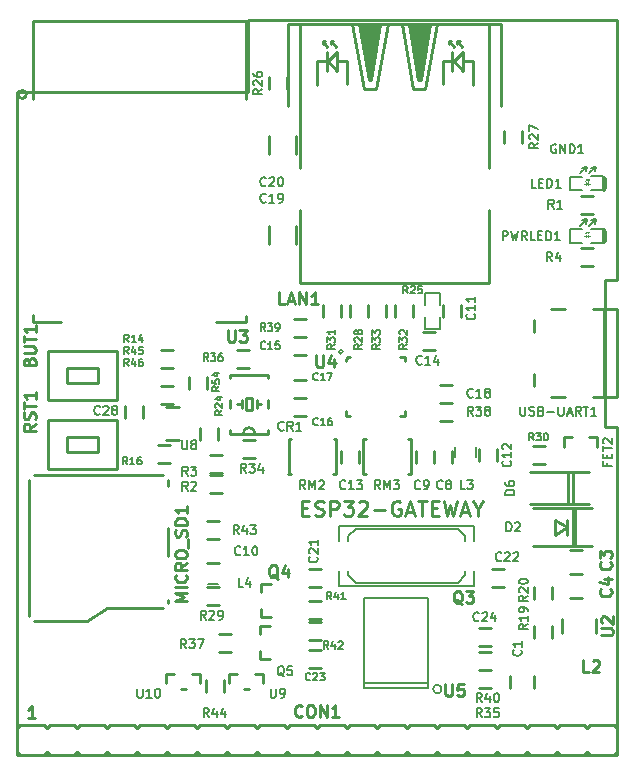
<source format=gbr>
G04 #@! TF.GenerationSoftware,KiCad,Pcbnew,no-vcs-found-36e5906~58~ubuntu16.04.1*
G04 #@! TF.CreationDate,2017-07-11T16:23:02+03:00*
G04 #@! TF.ProjectId,ESP32-GATEWAY_Rev_B,45535033322D474154455741595F5265,A*
G04 #@! TF.SameCoordinates,Original
G04 #@! TF.FileFunction,Legend,Top*
G04 #@! TF.FilePolarity,Positive*
%FSLAX46Y46*%
G04 Gerber Fmt 4.6, Leading zero omitted, Abs format (unit mm)*
G04 Created by KiCad (PCBNEW no-vcs-found-36e5906~58~ubuntu16.04.1) date Tue Jul 11 16:23:02 2017*
%MOMM*%
%LPD*%
G01*
G04 APERTURE LIST*
%ADD10C,0.100000*%
%ADD11C,0.254000*%
%ADD12C,0.127000*%
%ADD13C,0.150000*%
%ADD14C,0.200000*%
%ADD15C,0.050000*%
%ADD16C,0.400000*%
%ADD17C,0.158750*%
%ADD18C,0.190500*%
G04 APERTURE END LIST*
D10*
D11*
X93786476Y-108367285D02*
X94209809Y-108367285D01*
X94391238Y-109032523D02*
X93786476Y-109032523D01*
X93786476Y-107762523D01*
X94391238Y-107762523D01*
X94875047Y-108972047D02*
X95056476Y-109032523D01*
X95358857Y-109032523D01*
X95479809Y-108972047D01*
X95540285Y-108911571D01*
X95600761Y-108790619D01*
X95600761Y-108669666D01*
X95540285Y-108548714D01*
X95479809Y-108488238D01*
X95358857Y-108427761D01*
X95116952Y-108367285D01*
X94996000Y-108306809D01*
X94935523Y-108246333D01*
X94875047Y-108125380D01*
X94875047Y-108004428D01*
X94935523Y-107883476D01*
X94996000Y-107823000D01*
X95116952Y-107762523D01*
X95419333Y-107762523D01*
X95600761Y-107823000D01*
X96145047Y-109032523D02*
X96145047Y-107762523D01*
X96628857Y-107762523D01*
X96749809Y-107823000D01*
X96810285Y-107883476D01*
X96870761Y-108004428D01*
X96870761Y-108185857D01*
X96810285Y-108306809D01*
X96749809Y-108367285D01*
X96628857Y-108427761D01*
X96145047Y-108427761D01*
X97294095Y-107762523D02*
X98080285Y-107762523D01*
X97656952Y-108246333D01*
X97838380Y-108246333D01*
X97959333Y-108306809D01*
X98019809Y-108367285D01*
X98080285Y-108488238D01*
X98080285Y-108790619D01*
X98019809Y-108911571D01*
X97959333Y-108972047D01*
X97838380Y-109032523D01*
X97475523Y-109032523D01*
X97354571Y-108972047D01*
X97294095Y-108911571D01*
X98564095Y-107883476D02*
X98624571Y-107823000D01*
X98745523Y-107762523D01*
X99047904Y-107762523D01*
X99168857Y-107823000D01*
X99229333Y-107883476D01*
X99289809Y-108004428D01*
X99289809Y-108125380D01*
X99229333Y-108306809D01*
X98503619Y-109032523D01*
X99289809Y-109032523D01*
X99834095Y-108548714D02*
X100801714Y-108548714D01*
X102071714Y-107823000D02*
X101950761Y-107762523D01*
X101769333Y-107762523D01*
X101587904Y-107823000D01*
X101466952Y-107943952D01*
X101406476Y-108064904D01*
X101346000Y-108306809D01*
X101346000Y-108488238D01*
X101406476Y-108730142D01*
X101466952Y-108851095D01*
X101587904Y-108972047D01*
X101769333Y-109032523D01*
X101890285Y-109032523D01*
X102071714Y-108972047D01*
X102132190Y-108911571D01*
X102132190Y-108488238D01*
X101890285Y-108488238D01*
X102616000Y-108669666D02*
X103220761Y-108669666D01*
X102495047Y-109032523D02*
X102918380Y-107762523D01*
X103341714Y-109032523D01*
X103583619Y-107762523D02*
X104309333Y-107762523D01*
X103946476Y-109032523D02*
X103946476Y-107762523D01*
X104732666Y-108367285D02*
X105156000Y-108367285D01*
X105337428Y-109032523D02*
X104732666Y-109032523D01*
X104732666Y-107762523D01*
X105337428Y-107762523D01*
X105760761Y-107762523D02*
X106063142Y-109032523D01*
X106305047Y-108125380D01*
X106546952Y-109032523D01*
X106849333Y-107762523D01*
X107272666Y-108669666D02*
X107877428Y-108669666D01*
X107151714Y-109032523D02*
X107575047Y-107762523D01*
X107998380Y-109032523D01*
X108663619Y-108427761D02*
X108663619Y-109032523D01*
X108240285Y-107762523D02*
X108663619Y-108427761D01*
X109086952Y-107762523D01*
X120396000Y-101473000D02*
X120396000Y-129286000D01*
X119380000Y-101473000D02*
X120396000Y-101473000D01*
X119380000Y-89027000D02*
X119380000Y-101473000D01*
X120396000Y-89027000D02*
X119380000Y-89027000D01*
X120396000Y-67056000D02*
X120396000Y-89027000D01*
X120396000Y-67056000D02*
X89154000Y-67056000D01*
X69596000Y-129286000D02*
X120396000Y-129286000D01*
X69596000Y-73152000D02*
X69596000Y-129286000D01*
X71156285Y-126189619D02*
X70575714Y-126189619D01*
X70866000Y-126189619D02*
X70866000Y-125173619D01*
X70769238Y-125318761D01*
X70672476Y-125415523D01*
X70575714Y-125463904D01*
X89154000Y-73152000D02*
X89154000Y-67056000D01*
X69596000Y-73152000D02*
X89154000Y-73152000D01*
D12*
X98996500Y-123190000D02*
X104457500Y-123190000D01*
D13*
X98996500Y-115951000D02*
X98996500Y-123571000D01*
X104457500Y-123571000D02*
X104457500Y-115951000D01*
X98996500Y-115951000D02*
X104457500Y-115951000D01*
X104457500Y-123571000D02*
X98996500Y-123571000D01*
X105578710Y-123698000D02*
G75*
G03X105578710Y-123698000I-359210J0D01*
G01*
D14*
X97226873Y-95145860D02*
G75*
G03X97226873Y-95145860I-176013J0D01*
G01*
D11*
X97850960Y-95544640D02*
X97624900Y-95544640D01*
X102448360Y-95544640D02*
X102047040Y-95544640D01*
X102448360Y-95945960D02*
X102448360Y-95544640D01*
X102448360Y-100543360D02*
X102448360Y-100142040D01*
X102047040Y-100543360D02*
X102448360Y-100543360D01*
X97449640Y-100543360D02*
X97850960Y-100543360D01*
X97449640Y-100142040D02*
X97449640Y-100543360D01*
X97449640Y-95719900D02*
X97449640Y-95945960D01*
X97624900Y-95544640D02*
X97449640Y-95719900D01*
D12*
X104140000Y-91186000D02*
X104140000Y-90170000D01*
X104140000Y-90170000D02*
X105410000Y-90170000D01*
X105410000Y-90170000D02*
X105410000Y-91186000D01*
X104140000Y-93218000D02*
X105410000Y-93218000D01*
X105410000Y-93218000D02*
X105410000Y-92202000D01*
X104140000Y-93218000D02*
X104140000Y-92202000D01*
D11*
X71010000Y-67133000D02*
X89010000Y-67133000D01*
X71010000Y-73133000D02*
X89010000Y-73133000D01*
X70419411Y-73353000D02*
G75*
G03X70419411Y-73353000I-339411J0D01*
G01*
X89010000Y-67133000D02*
X89010000Y-73753000D01*
X71010000Y-92633000D02*
X71010000Y-92043000D01*
X71010000Y-92633000D02*
X73380000Y-92633000D01*
X89010000Y-92633000D02*
X86520000Y-92633000D01*
X89010000Y-92633000D02*
X89010000Y-92093000D01*
X71010000Y-67133000D02*
X71010000Y-73753000D01*
X77284580Y-116852700D02*
X75577700Y-117944900D01*
X70609460Y-106027220D02*
X70609460Y-117513100D01*
X71038720Y-105585260D02*
X81975960Y-105585260D01*
X71038720Y-117944900D02*
X75557380Y-117944900D01*
X82405220Y-116123720D02*
X82405220Y-116423440D01*
X82405220Y-110025180D02*
X82405220Y-112473740D01*
X82405220Y-106017060D02*
X82405220Y-106486960D01*
X81975960Y-116852700D02*
X77284580Y-116852700D01*
X98600260Y-67360800D02*
X100401120Y-67360800D01*
X99400360Y-72161400D02*
X98600260Y-67360800D01*
X99601020Y-72161400D02*
X99400360Y-72161400D01*
X100401120Y-67360800D02*
X99601020Y-72161400D01*
X102798880Y-67360800D02*
X104599740Y-67360800D01*
X103598980Y-72161400D02*
X102798880Y-67360800D01*
X103799640Y-72161400D02*
X103598980Y-72161400D01*
X104599740Y-67360800D02*
X103799640Y-72161400D01*
X110600000Y-67359000D02*
X110600000Y-74359000D01*
X109600000Y-67359000D02*
X110600000Y-67359000D01*
X92600000Y-67359000D02*
X92600000Y-74359000D01*
X93600000Y-67359000D02*
X92600000Y-67359000D01*
X99001580Y-72859900D02*
X98000820Y-67360800D01*
X100002340Y-72859900D02*
X99001580Y-72859900D01*
X101000560Y-67360800D02*
X100002340Y-72859900D01*
X103197660Y-72859900D02*
X102199440Y-67360800D01*
X104198420Y-72859900D02*
X103197660Y-72859900D01*
X105199180Y-67360800D02*
X104198420Y-72859900D01*
X95501460Y-68859400D02*
X95501460Y-69060060D01*
X95501460Y-68859400D02*
X95702120Y-68859400D01*
X95900240Y-69359780D02*
X95501460Y-68859400D01*
X96202500Y-68859400D02*
X96202500Y-69060060D01*
X96202500Y-68859400D02*
X96400620Y-68859400D01*
X96601280Y-69359780D02*
X96202500Y-68859400D01*
X97533460Y-70561200D02*
X97533460Y-72499220D01*
X96832420Y-70561200D02*
X97533460Y-70561200D01*
X95834200Y-69761100D02*
X95834200Y-71361300D01*
X95933260Y-70561200D02*
X96733360Y-71361300D01*
X96733360Y-69761100D02*
X95933260Y-70561200D01*
X96733360Y-69761100D02*
X96733360Y-71361300D01*
X95034100Y-70561200D02*
X95732600Y-70561200D01*
X95034100Y-72588120D02*
X95034100Y-70561200D01*
X106199940Y-68859400D02*
X106199940Y-69060060D01*
X106199940Y-68859400D02*
X106398060Y-68859400D01*
X106598720Y-69359780D02*
X106199940Y-68859400D01*
X106898440Y-68859400D02*
X106898440Y-69060060D01*
X106898440Y-68859400D02*
X107099100Y-68859400D01*
X107299760Y-69359780D02*
X106898440Y-68859400D01*
X105700000Y-70559000D02*
X105700000Y-72459000D01*
X106398060Y-70561200D02*
X105699560Y-70561200D01*
X106499660Y-71361300D02*
X106499660Y-69761100D01*
X106598720Y-70561200D02*
X107398820Y-69761100D01*
X107398820Y-71361300D02*
X106598720Y-70561200D01*
X107400000Y-71359000D02*
X107400000Y-69759000D01*
X108200000Y-70559000D02*
X107500000Y-70559000D01*
X108200000Y-72559000D02*
X108200000Y-70559000D01*
X109600000Y-83109000D02*
X109600000Y-89359000D01*
X109600000Y-67359000D02*
X109600000Y-79609000D01*
X93600000Y-67359000D02*
X109600000Y-67359000D01*
X93600000Y-79609000D02*
X93600000Y-67359000D01*
X93600000Y-89359000D02*
X93600000Y-83109000D01*
X109600000Y-89359000D02*
X93600000Y-89359000D01*
X103700000Y-72159000D02*
X103050000Y-67369000D01*
X103710000Y-72009000D02*
X104360000Y-67379000D01*
X103720000Y-71399000D02*
X103160000Y-67369000D01*
X103710000Y-71109000D02*
X104120000Y-67379000D01*
X103730000Y-70589000D02*
X103370000Y-67379000D01*
X103680000Y-69879000D02*
X103870000Y-67369000D01*
X103770000Y-68999000D02*
X103570000Y-67359000D01*
X103600000Y-68229000D02*
X103740000Y-67419000D01*
X99510000Y-71969000D02*
X98790000Y-67369000D01*
X99500000Y-71799000D02*
X100170000Y-67379000D01*
X99510000Y-71219000D02*
X98990000Y-67489000D01*
X99450000Y-70749000D02*
X99930000Y-67389000D01*
X99580000Y-69999000D02*
X99180000Y-67429000D01*
X99550000Y-69579000D02*
X99700000Y-67399000D01*
X99620000Y-68969000D02*
X99340000Y-67389000D01*
X99510000Y-68259000D02*
X99510000Y-67389000D01*
X111379000Y-123571000D02*
X111379000Y-122555000D01*
X113411000Y-123571000D02*
X113411000Y-122555000D01*
X106426000Y-104521000D02*
X106426000Y-103505000D01*
X104902000Y-104521000D02*
X104902000Y-103505000D01*
X104902000Y-104521000D02*
X104902000Y-103505000D01*
X103378000Y-104521000D02*
X103378000Y-103505000D01*
X85725000Y-113030000D02*
X86741000Y-113030000D01*
X85725000Y-110998000D02*
X86741000Y-110998000D01*
X107188000Y-91186000D02*
X107188000Y-92202000D01*
X105664000Y-91186000D02*
X105664000Y-92202000D01*
X110236000Y-103378000D02*
X110236000Y-104394000D01*
X108712000Y-103378000D02*
X108712000Y-104394000D01*
X98552000Y-103505000D02*
X98552000Y-104521000D01*
X97028000Y-103505000D02*
X97028000Y-104521000D01*
X104013000Y-94996000D02*
X105029000Y-94996000D01*
X104013000Y-93472000D02*
X105029000Y-93472000D01*
X94107000Y-93853000D02*
X93091000Y-93853000D01*
X94107000Y-95377000D02*
X93091000Y-95377000D01*
X94107000Y-99060000D02*
X93091000Y-99060000D01*
X94107000Y-100584000D02*
X93091000Y-100584000D01*
X94107000Y-99060000D02*
X93091000Y-99060000D01*
X94107000Y-97536000D02*
X93091000Y-97536000D01*
X106426000Y-99441000D02*
X105410000Y-99441000D01*
X106426000Y-97917000D02*
X105410000Y-97917000D01*
X90881000Y-102068000D02*
X87681000Y-102068000D01*
X87681000Y-97068000D02*
X90881000Y-97068000D01*
X90881000Y-102068000D02*
X90881000Y-101768000D01*
X90881000Y-99868000D02*
X90881000Y-99268000D01*
X90881000Y-97368000D02*
X90881000Y-97068000D01*
X87681000Y-102068000D02*
X87681000Y-101768000D01*
X87681000Y-99868000D02*
X87681000Y-99268000D01*
X87681000Y-97368000D02*
X87681000Y-97068000D01*
X89535000Y-100076000D02*
X89535000Y-99060000D01*
X89535000Y-99060000D02*
X89027000Y-99060000D01*
X89027000Y-99060000D02*
X89027000Y-100076000D01*
X89027000Y-100076000D02*
X89535000Y-100076000D01*
X89916000Y-99895660D02*
X89916000Y-99568000D01*
X89916000Y-99568000D02*
X89916000Y-99240340D01*
X89916000Y-99568000D02*
X90297000Y-99568000D01*
X88646000Y-99895660D02*
X88646000Y-99568000D01*
X88646000Y-99568000D02*
X88646000Y-99240340D01*
X88646000Y-99568000D02*
X88265000Y-99568000D01*
X89781000Y-102058000D02*
G75*
G03X88781000Y-102058000I-500000J0D01*
G01*
D12*
X106680000Y-104063800D02*
X106680000Y-103225600D01*
X108458000Y-104063800D02*
X108458000Y-103225600D01*
X86664800Y-113030000D02*
X85826600Y-113030000D01*
X86664800Y-114808000D02*
X85826600Y-114808000D01*
D11*
X119253000Y-85826600D02*
X119253000Y-84785200D01*
X119418100Y-84899500D02*
X119418100Y-85725000D01*
X119265700Y-85864700D02*
X119405400Y-85737700D01*
X119265700Y-84772500D02*
X119418100Y-84899500D01*
D13*
X118097300Y-84480400D02*
X118643400Y-83908900D01*
X118656100Y-83908900D02*
X118237000Y-83997800D01*
X118656100Y-83921600D02*
X118605300Y-84315300D01*
X117868700Y-83921600D02*
X117817900Y-84315300D01*
X117868700Y-83908900D02*
X117449600Y-83997800D01*
X117309900Y-84480400D02*
X117856000Y-83908900D01*
D15*
X117936000Y-85094000D02*
X118066000Y-84984000D01*
X118076000Y-84964000D02*
X117996000Y-84974000D01*
X118076000Y-84964000D02*
X118076000Y-85044000D01*
X117886000Y-84964000D02*
X117886000Y-85044000D01*
X117886000Y-84964000D02*
X117806000Y-84974000D01*
X117746000Y-85094000D02*
X117876000Y-84984000D01*
D10*
X117956000Y-85234000D02*
X117956000Y-85454000D01*
X117766000Y-85454000D02*
X117866000Y-85354000D01*
X117766000Y-85234000D02*
X117876000Y-85334000D01*
X117766000Y-85234000D02*
X117766000Y-85454000D01*
X117596000Y-85344000D02*
X118116000Y-85344000D01*
D12*
X118237000Y-84709000D02*
X119253000Y-84709000D01*
X119253000Y-85928200D02*
X118237000Y-85928200D01*
X116459000Y-84759800D02*
X116459000Y-85928200D01*
X116459000Y-85928200D02*
X117475000Y-85928200D01*
X116459000Y-84759800D02*
X117475000Y-84759800D01*
D11*
X81788000Y-94996000D02*
X82804000Y-94996000D01*
X81788000Y-96520000D02*
X82804000Y-96520000D01*
X82550000Y-102997000D02*
X81534000Y-102997000D01*
X82550000Y-104521000D02*
X81534000Y-104521000D01*
X86614000Y-102616000D02*
X86614000Y-101600000D01*
X85090000Y-102616000D02*
X85090000Y-101600000D01*
X90932000Y-72898000D02*
X90932000Y-71882000D01*
X92456000Y-72898000D02*
X92456000Y-71882000D01*
X112395000Y-76454000D02*
X112395000Y-77470000D01*
X110871000Y-76454000D02*
X110871000Y-77470000D01*
X97790000Y-91186000D02*
X97790000Y-92202000D01*
X99314000Y-91186000D02*
X99314000Y-92202000D01*
X86741000Y-116586000D02*
X85725000Y-116586000D01*
X86741000Y-115062000D02*
X85725000Y-115062000D01*
X97028000Y-91186000D02*
X97028000Y-92202000D01*
X95504000Y-91186000D02*
X95504000Y-92202000D01*
X101600000Y-91186000D02*
X101600000Y-92202000D01*
X103124000Y-91186000D02*
X103124000Y-92202000D01*
X100838000Y-91186000D02*
X100838000Y-92202000D01*
X99314000Y-91186000D02*
X99314000Y-92202000D01*
X88773000Y-102616000D02*
X89789000Y-102616000D01*
X88773000Y-104140000D02*
X89789000Y-104140000D01*
X108712000Y-122047000D02*
X109728000Y-122047000D01*
X108712000Y-123571000D02*
X109728000Y-123571000D01*
X88265000Y-96520000D02*
X89281000Y-96520000D01*
X88265000Y-94996000D02*
X89281000Y-94996000D01*
X105410000Y-99441000D02*
X106426000Y-99441000D01*
X105410000Y-100965000D02*
X106426000Y-100965000D01*
X94107000Y-92329000D02*
X93091000Y-92329000D01*
X94107000Y-93853000D02*
X93091000Y-93853000D01*
X108712000Y-120523000D02*
X109728000Y-120523000D01*
X108712000Y-122047000D02*
X109728000Y-122047000D01*
X95377000Y-116205000D02*
X94361000Y-116205000D01*
X95377000Y-117729000D02*
X94361000Y-117729000D01*
X92621100Y-102539800D02*
X92621100Y-105486200D01*
X92633800Y-102539800D02*
X92811600Y-102539800D01*
X92608400Y-105486200D02*
X92824300Y-105486200D01*
X96431100Y-102539800D02*
X96621600Y-102539800D01*
X96621600Y-102539800D02*
X96621600Y-105486200D01*
X96621600Y-105486200D02*
X96405700Y-105486200D01*
X98958400Y-102539800D02*
X99174300Y-102539800D01*
X98958400Y-105486200D02*
X98958400Y-102539800D01*
X99148900Y-105486200D02*
X98958400Y-105486200D01*
X102971600Y-102539800D02*
X102755700Y-102539800D01*
X102946200Y-105486200D02*
X102768400Y-105486200D01*
X102958900Y-105486200D02*
X102958900Y-102539800D01*
X115811300Y-117805200D02*
X115811300Y-118935500D01*
X118618000Y-117805200D02*
X118618000Y-118935500D01*
X86741000Y-110998000D02*
X85725000Y-110998000D01*
X86741000Y-109474000D02*
X85725000Y-109474000D01*
X76484000Y-96555000D02*
X76484000Y-97755000D01*
X76484000Y-97755000D02*
X73884000Y-97755000D01*
X73884000Y-96555000D02*
X73884000Y-97755000D01*
X76484000Y-96555000D02*
X73884000Y-96555000D01*
X72284000Y-99255000D02*
X78084000Y-99255000D01*
X72284000Y-95055000D02*
X72284000Y-99255000D01*
X78084000Y-95055000D02*
X72284000Y-95055000D01*
X78084000Y-99255000D02*
X78084000Y-95055000D01*
X76484000Y-102397000D02*
X76484000Y-103597000D01*
X76484000Y-103597000D02*
X73884000Y-103597000D01*
X73884000Y-102397000D02*
X73884000Y-103597000D01*
X76484000Y-102397000D02*
X73884000Y-102397000D01*
X72284000Y-105097000D02*
X78084000Y-105097000D01*
X72284000Y-100897000D02*
X72284000Y-105097000D01*
X78084000Y-100897000D02*
X72284000Y-100897000D01*
X78084000Y-105097000D02*
X78084000Y-100897000D01*
X93218000Y-85979000D02*
X93218000Y-84455000D01*
X90932000Y-85979000D02*
X90932000Y-84455000D01*
X93218000Y-76835000D02*
X93218000Y-78359000D01*
X90932000Y-76835000D02*
X90932000Y-78359000D01*
X95377000Y-115062000D02*
X94361000Y-115062000D01*
X95377000Y-113538000D02*
X94361000Y-113538000D01*
X109855000Y-115062000D02*
X110871000Y-115062000D01*
X109855000Y-113538000D02*
X110871000Y-113538000D01*
X95377000Y-121920000D02*
X94361000Y-121920000D01*
X95377000Y-120396000D02*
X94361000Y-120396000D01*
X108712000Y-120015000D02*
X109728000Y-120015000D01*
X108712000Y-118491000D02*
X109728000Y-118491000D01*
X80264000Y-100711000D02*
X80264000Y-99695000D01*
X78740000Y-100711000D02*
X78740000Y-99695000D01*
X118070000Y-105330000D02*
X113070000Y-105330000D01*
X116700000Y-108030000D02*
X116700000Y-105330000D01*
X113070000Y-108030000D02*
X118070000Y-108030000D01*
X116260000Y-108030000D02*
X116260000Y-105330000D01*
X116636800Y-102362000D02*
X115925600Y-102362000D01*
X115925600Y-103200200D02*
X115925600Y-102362000D01*
X118770400Y-103200200D02*
X118770400Y-102362000D01*
X118770400Y-102362000D02*
X118059200Y-102362000D01*
D13*
X97663000Y-110744000D02*
X97663000Y-111125000D01*
X97663000Y-114046000D02*
X97663000Y-113665000D01*
X107569000Y-114046000D02*
X107569000Y-113665000D01*
X107569000Y-110744000D02*
X107569000Y-111125000D01*
X108331000Y-109855000D02*
X108331000Y-111125000D01*
X108331000Y-114935000D02*
X108331000Y-113665000D01*
X96901000Y-114935000D02*
X96901000Y-113665000D01*
X96901000Y-109855000D02*
X96901000Y-111125000D01*
X97663000Y-114046000D02*
X98298000Y-114681000D01*
X98298000Y-114681000D02*
X106934000Y-114681000D01*
X106934000Y-114681000D02*
X107569000Y-114046000D01*
X107569000Y-110744000D02*
X106934000Y-110109000D01*
X106934000Y-110109000D02*
X98298000Y-110109000D01*
X98298000Y-110109000D02*
X97663000Y-110744000D01*
X108331000Y-114935000D02*
X96901000Y-114935000D01*
X96901000Y-109855000D02*
X108331000Y-109855000D01*
D11*
X90297000Y-116916200D02*
X90297000Y-117627400D01*
X91135200Y-117627400D02*
X90297000Y-117627400D01*
X91135200Y-114782600D02*
X90297000Y-114782600D01*
X90297000Y-114782600D02*
X90297000Y-115493800D01*
X90170000Y-120472200D02*
X90170000Y-121183400D01*
X91008200Y-121183400D02*
X90170000Y-121183400D01*
X91008200Y-118338600D02*
X90170000Y-118338600D01*
X90170000Y-118338600D02*
X90170000Y-119049800D01*
X114300000Y-103124000D02*
X113284000Y-103124000D01*
X114300000Y-104648000D02*
X113284000Y-104648000D01*
X95377000Y-119507000D02*
X94361000Y-119507000D01*
X95377000Y-117983000D02*
X94361000Y-117983000D01*
X82804000Y-96520000D02*
X81788000Y-96520000D01*
X82804000Y-98044000D02*
X81788000Y-98044000D01*
X81788000Y-99568000D02*
X82804000Y-99568000D01*
X81788000Y-98044000D02*
X82804000Y-98044000D01*
X85725000Y-98298000D02*
X85725000Y-97282000D01*
X84201000Y-98298000D02*
X84201000Y-97282000D01*
X118364000Y-87884000D02*
X117348000Y-87884000D01*
X118364000Y-86360000D02*
X117348000Y-86360000D01*
X114935000Y-118364000D02*
X114935000Y-119380000D01*
X113411000Y-118364000D02*
X113411000Y-119380000D01*
X113411000Y-116078000D02*
X113411000Y-115062000D01*
X114935000Y-116078000D02*
X114935000Y-115062000D01*
X117475000Y-111887000D02*
X116459000Y-111887000D01*
X117475000Y-113919000D02*
X116459000Y-113919000D01*
X117475000Y-115951000D02*
X116459000Y-115951000D01*
X117475000Y-113919000D02*
X116459000Y-113919000D01*
X87757000Y-120523000D02*
X86741000Y-120523000D01*
X87757000Y-118999000D02*
X86741000Y-118999000D01*
X82245200Y-102628700D02*
X83375500Y-102628700D01*
X82245200Y-99822000D02*
X83375500Y-99822000D01*
X87604600Y-123190000D02*
X87604600Y-122402600D01*
X87604600Y-122402600D02*
X88265000Y-122402600D01*
X89789000Y-122402600D02*
X90449400Y-122402600D01*
X90449400Y-122402600D02*
X90449400Y-123190000D01*
X88823800Y-123723400D02*
X89230200Y-123723400D01*
X82270600Y-123190000D02*
X82270600Y-122402600D01*
X82270600Y-122402600D02*
X82931000Y-122402600D01*
X84455000Y-122402600D02*
X85115400Y-122402600D01*
X85115400Y-122402600D02*
X85115400Y-123190000D01*
X83489800Y-123723400D02*
X83896200Y-123723400D01*
X85598000Y-122936000D02*
X85598000Y-123952000D01*
X87122000Y-122936000D02*
X87122000Y-123952000D01*
X114867000Y-91550000D02*
X116067000Y-91550000D01*
X120467000Y-98950000D02*
X118367000Y-98950000D01*
X120467000Y-91550000D02*
X120467000Y-98950000D01*
X118367000Y-91550000D02*
X120467000Y-91550000D01*
X113367000Y-92450000D02*
X113367000Y-93450000D01*
X113367000Y-97050000D02*
X113367000Y-98050000D01*
X114867000Y-98950000D02*
X116067000Y-98950000D01*
X119367000Y-91550000D02*
X119367000Y-98950000D01*
X110490000Y-129286000D02*
X110236000Y-129032000D01*
X110236000Y-127000000D02*
X110490000Y-126746000D01*
X110490000Y-126746000D02*
X112522000Y-126746000D01*
X115062000Y-126746000D02*
X115316000Y-127000000D01*
X112522000Y-129286000D02*
X110490000Y-129286000D01*
X115316000Y-129032000D02*
X115062000Y-129286000D01*
X113030000Y-126746000D02*
X115062000Y-126746000D01*
X112776000Y-127000000D02*
X113030000Y-126746000D01*
X115062000Y-129286000D02*
X113030000Y-129286000D01*
X112776000Y-129032000D02*
X112522000Y-129286000D01*
X113030000Y-129286000D02*
X112776000Y-129032000D01*
X112522000Y-126746000D02*
X112776000Y-127000000D01*
X115062000Y-126746000D02*
X115316000Y-127000000D01*
X115316000Y-129032000D02*
X115062000Y-129286000D01*
X115062000Y-129286000D02*
X113030000Y-129286000D01*
X113030000Y-126746000D02*
X115062000Y-126746000D01*
X112776000Y-127000000D02*
X113030000Y-126746000D01*
X113030000Y-129286000D02*
X112776000Y-129032000D01*
X118110000Y-129286000D02*
X117856000Y-129032000D01*
X117856000Y-127000000D02*
X118110000Y-126746000D01*
X118110000Y-126746000D02*
X120142000Y-126746000D01*
X120142000Y-129286000D02*
X118110000Y-129286000D01*
X120396000Y-129032000D02*
X120142000Y-129286000D01*
X120142000Y-126746000D02*
X120396000Y-127000000D01*
X117602000Y-126746000D02*
X117856000Y-127000000D01*
X118110000Y-129286000D02*
X117856000Y-129032000D01*
X117856000Y-129032000D02*
X117602000Y-129286000D01*
X120142000Y-129286000D02*
X118110000Y-129286000D01*
X117856000Y-127000000D02*
X118110000Y-126746000D01*
X118110000Y-126746000D02*
X120142000Y-126746000D01*
X120396000Y-127000000D02*
X120396000Y-129032000D01*
X120396000Y-129032000D02*
X120142000Y-129286000D01*
X117602000Y-129286000D02*
X115570000Y-129286000D01*
X120142000Y-126746000D02*
X120396000Y-127000000D01*
X115570000Y-126746000D02*
X117602000Y-126746000D01*
X115316000Y-127000000D02*
X115570000Y-126746000D01*
X115570000Y-129286000D02*
X115316000Y-129032000D01*
X105410000Y-129286000D02*
X105156000Y-129032000D01*
X105156000Y-127000000D02*
X105410000Y-126746000D01*
X105410000Y-126746000D02*
X107442000Y-126746000D01*
X109982000Y-126746000D02*
X110236000Y-127000000D01*
X107442000Y-129286000D02*
X105410000Y-129286000D01*
X110236000Y-129032000D02*
X109982000Y-129286000D01*
X107950000Y-126746000D02*
X109982000Y-126746000D01*
X107696000Y-127000000D02*
X107950000Y-126746000D01*
X109982000Y-129286000D02*
X107950000Y-129286000D01*
X107696000Y-129032000D02*
X107442000Y-129286000D01*
X107950000Y-129286000D02*
X107696000Y-129032000D01*
X107442000Y-126746000D02*
X107696000Y-127000000D01*
X109982000Y-126746000D02*
X110236000Y-127000000D01*
X110236000Y-129032000D02*
X109982000Y-129286000D01*
X109982000Y-129286000D02*
X107950000Y-129286000D01*
X107950000Y-126746000D02*
X109982000Y-126746000D01*
X107696000Y-127000000D02*
X107950000Y-126746000D01*
X107950000Y-129286000D02*
X107696000Y-129032000D01*
X102870000Y-129286000D02*
X102616000Y-129032000D01*
X102616000Y-127000000D02*
X102870000Y-126746000D01*
X102870000Y-126746000D02*
X104902000Y-126746000D01*
X104902000Y-129286000D02*
X102870000Y-129286000D01*
X105156000Y-129032000D02*
X104902000Y-129286000D01*
X104902000Y-126746000D02*
X105156000Y-127000000D01*
X102362000Y-126746000D02*
X102616000Y-127000000D01*
X102870000Y-129286000D02*
X102616000Y-129032000D01*
X102616000Y-129032000D02*
X102362000Y-129286000D01*
X104902000Y-129286000D02*
X102870000Y-129286000D01*
X102616000Y-127000000D02*
X102870000Y-126746000D01*
X102870000Y-126746000D02*
X104902000Y-126746000D01*
X105156000Y-129032000D02*
X104902000Y-129286000D01*
X102362000Y-129286000D02*
X100330000Y-129286000D01*
X104902000Y-126746000D02*
X105156000Y-127000000D01*
X100330000Y-126746000D02*
X102362000Y-126746000D01*
X100076000Y-127000000D02*
X100330000Y-126746000D01*
X100330000Y-129286000D02*
X100076000Y-129032000D01*
X95250000Y-129286000D02*
X94996000Y-129032000D01*
X94996000Y-127000000D02*
X95250000Y-126746000D01*
X95250000Y-126746000D02*
X97282000Y-126746000D01*
X99822000Y-126746000D02*
X100076000Y-127000000D01*
X97282000Y-129286000D02*
X95250000Y-129286000D01*
X100076000Y-129032000D02*
X99822000Y-129286000D01*
X97790000Y-126746000D02*
X99822000Y-126746000D01*
X97536000Y-127000000D02*
X97790000Y-126746000D01*
X99822000Y-129286000D02*
X97790000Y-129286000D01*
X97536000Y-129032000D02*
X97282000Y-129286000D01*
X97790000Y-129286000D02*
X97536000Y-129032000D01*
X97282000Y-126746000D02*
X97536000Y-127000000D01*
X99822000Y-126746000D02*
X100076000Y-127000000D01*
X100076000Y-129032000D02*
X99822000Y-129286000D01*
X99822000Y-129286000D02*
X97790000Y-129286000D01*
X97790000Y-126746000D02*
X99822000Y-126746000D01*
X97536000Y-127000000D02*
X97790000Y-126746000D01*
X97790000Y-129286000D02*
X97536000Y-129032000D01*
X92710000Y-129286000D02*
X92456000Y-129032000D01*
X92456000Y-127000000D02*
X92710000Y-126746000D01*
X92710000Y-126746000D02*
X94742000Y-126746000D01*
X94742000Y-129286000D02*
X92710000Y-129286000D01*
X94996000Y-129032000D02*
X94742000Y-129286000D01*
X94742000Y-126746000D02*
X94996000Y-127000000D01*
X92202000Y-126746000D02*
X92456000Y-127000000D01*
X92710000Y-129286000D02*
X92456000Y-129032000D01*
X92456000Y-129032000D02*
X92202000Y-129286000D01*
X94742000Y-129286000D02*
X92710000Y-129286000D01*
X92456000Y-127000000D02*
X92710000Y-126746000D01*
X92710000Y-126746000D02*
X94742000Y-126746000D01*
X94996000Y-129032000D02*
X94742000Y-129286000D01*
X92202000Y-129286000D02*
X90170000Y-129286000D01*
X94742000Y-126746000D02*
X94996000Y-127000000D01*
X90170000Y-126746000D02*
X92202000Y-126746000D01*
X89916000Y-127000000D02*
X90170000Y-126746000D01*
X90170000Y-129286000D02*
X89916000Y-129032000D01*
X85090000Y-129286000D02*
X84836000Y-129032000D01*
X84836000Y-127000000D02*
X85090000Y-126746000D01*
X85090000Y-126746000D02*
X87122000Y-126746000D01*
X89662000Y-126746000D02*
X89916000Y-127000000D01*
X87122000Y-129286000D02*
X85090000Y-129286000D01*
X89916000Y-129032000D02*
X89662000Y-129286000D01*
X87630000Y-126746000D02*
X89662000Y-126746000D01*
X87376000Y-127000000D02*
X87630000Y-126746000D01*
X89662000Y-129286000D02*
X87630000Y-129286000D01*
X87376000Y-129032000D02*
X87122000Y-129286000D01*
X87630000Y-129286000D02*
X87376000Y-129032000D01*
X87122000Y-126746000D02*
X87376000Y-127000000D01*
X89662000Y-126746000D02*
X89916000Y-127000000D01*
X89916000Y-129032000D02*
X89662000Y-129286000D01*
X89662000Y-129286000D02*
X87630000Y-129286000D01*
X87630000Y-126746000D02*
X89662000Y-126746000D01*
X87376000Y-127000000D02*
X87630000Y-126746000D01*
X87630000Y-129286000D02*
X87376000Y-129032000D01*
X82550000Y-129286000D02*
X82296000Y-129032000D01*
X82296000Y-127000000D02*
X82550000Y-126746000D01*
X82550000Y-126746000D02*
X84582000Y-126746000D01*
X84582000Y-129286000D02*
X82550000Y-129286000D01*
X84836000Y-129032000D02*
X84582000Y-129286000D01*
X84582000Y-126746000D02*
X84836000Y-127000000D01*
X82042000Y-126746000D02*
X82296000Y-127000000D01*
X82550000Y-129286000D02*
X82296000Y-129032000D01*
X82296000Y-129032000D02*
X82042000Y-129286000D01*
X84582000Y-129286000D02*
X82550000Y-129286000D01*
X82296000Y-127000000D02*
X82550000Y-126746000D01*
X82550000Y-126746000D02*
X84582000Y-126746000D01*
X84836000Y-129032000D02*
X84582000Y-129286000D01*
X77470000Y-129286000D02*
X77216000Y-129032000D01*
X82042000Y-129286000D02*
X80010000Y-129286000D01*
X84582000Y-126746000D02*
X84836000Y-127000000D01*
X80010000Y-126746000D02*
X82042000Y-126746000D01*
X79756000Y-127000000D02*
X80010000Y-126746000D01*
X69596000Y-126746000D02*
X69850000Y-126746000D01*
X69850000Y-126746000D02*
X71882000Y-126746000D01*
X71882000Y-126746000D02*
X72136000Y-127000000D01*
X72136000Y-127000000D02*
X72390000Y-126746000D01*
X72390000Y-126746000D02*
X74422000Y-126746000D01*
X74422000Y-126746000D02*
X74676000Y-127000000D01*
X74676000Y-127000000D02*
X74930000Y-126746000D01*
X74930000Y-126746000D02*
X76962000Y-126746000D01*
X76962000Y-126746000D02*
X77216000Y-127000000D01*
X77216000Y-127000000D02*
X77470000Y-126746000D01*
X77470000Y-126746000D02*
X79502000Y-126746000D01*
X79502000Y-126746000D02*
X79756000Y-127000000D01*
X79756000Y-129032000D02*
X79502000Y-129286000D01*
X79502000Y-129286000D02*
X77470000Y-129286000D01*
X80010000Y-129286000D02*
X79756000Y-129032000D01*
X77216000Y-129032000D02*
X76962000Y-129286000D01*
X76962000Y-129286000D02*
X74930000Y-129286000D01*
X69596000Y-127000000D02*
X69850000Y-126746000D01*
X69850000Y-129286000D02*
X69596000Y-129032000D01*
X70104000Y-129286000D02*
X69596000Y-129286000D01*
X74422000Y-129286000D02*
X72390000Y-129286000D01*
X72390000Y-129286000D02*
X72136000Y-129032000D01*
X72136000Y-129032000D02*
X71882000Y-129286000D01*
X71882000Y-129286000D02*
X70104000Y-129286000D01*
X74422000Y-129286000D02*
X74676000Y-129032000D01*
X74676000Y-129032000D02*
X74930000Y-129286000D01*
X69596000Y-126746000D02*
X69596000Y-129286000D01*
X119253000Y-81381600D02*
X119253000Y-80340200D01*
X119418100Y-80454500D02*
X119418100Y-81280000D01*
X119265700Y-81419700D02*
X119405400Y-81292700D01*
X119265700Y-80327500D02*
X119418100Y-80454500D01*
D13*
X118097300Y-80035400D02*
X118643400Y-79463900D01*
X118656100Y-79463900D02*
X118237000Y-79552800D01*
X118656100Y-79476600D02*
X118605300Y-79870300D01*
X117868700Y-79476600D02*
X117817900Y-79870300D01*
X117868700Y-79463900D02*
X117449600Y-79552800D01*
X117309900Y-80035400D02*
X117856000Y-79463900D01*
D15*
X117936000Y-80649000D02*
X118066000Y-80539000D01*
X118076000Y-80519000D02*
X117996000Y-80529000D01*
X118076000Y-80519000D02*
X118076000Y-80599000D01*
X117886000Y-80519000D02*
X117886000Y-80599000D01*
X117886000Y-80519000D02*
X117806000Y-80529000D01*
X117746000Y-80649000D02*
X117876000Y-80539000D01*
D10*
X117956000Y-80789000D02*
X117956000Y-81009000D01*
X117766000Y-81009000D02*
X117866000Y-80909000D01*
X117766000Y-80789000D02*
X117876000Y-80889000D01*
X117766000Y-80789000D02*
X117766000Y-81009000D01*
X117596000Y-80899000D02*
X118116000Y-80899000D01*
D12*
X118237000Y-80264000D02*
X119253000Y-80264000D01*
X119253000Y-81483200D02*
X118237000Y-81483200D01*
X116459000Y-80314800D02*
X116459000Y-81483200D01*
X116459000Y-81483200D02*
X117475000Y-81483200D01*
X116459000Y-80314800D02*
X117475000Y-80314800D01*
D11*
X117348000Y-83439000D02*
X118364000Y-83439000D01*
X117348000Y-81915000D02*
X118364000Y-81915000D01*
X86995000Y-105537000D02*
X85979000Y-105537000D01*
X86995000Y-107061000D02*
X85979000Y-107061000D01*
X86995000Y-105410000D02*
X85979000Y-105410000D01*
X86995000Y-103886000D02*
X85979000Y-103886000D01*
D16*
X116774000Y-111457000D02*
X116774000Y-108457000D01*
D11*
X118323360Y-111584740D02*
X113324640Y-111584740D01*
X113324640Y-108379260D02*
X118323360Y-108379260D01*
X115189000Y-109347000D02*
X115189000Y-110617000D01*
X115189000Y-110617000D02*
X116205000Y-109982000D01*
X115189000Y-109347000D02*
X116205000Y-109982000D01*
X116205000Y-109347000D02*
X116205000Y-110617000D01*
X105905904Y-123268619D02*
X105905904Y-124091095D01*
X105954285Y-124187857D01*
X106002666Y-124236238D01*
X106099428Y-124284619D01*
X106292952Y-124284619D01*
X106389714Y-124236238D01*
X106438095Y-124187857D01*
X106486476Y-124091095D01*
X106486476Y-123268619D01*
X107454095Y-123268619D02*
X106970285Y-123268619D01*
X106921904Y-123752428D01*
X106970285Y-123704047D01*
X107067047Y-123655666D01*
X107308952Y-123655666D01*
X107405714Y-123704047D01*
X107454095Y-123752428D01*
X107502476Y-123849190D01*
X107502476Y-124091095D01*
X107454095Y-124187857D01*
X107405714Y-124236238D01*
X107308952Y-124284619D01*
X107067047Y-124284619D01*
X106970285Y-124236238D01*
X106921904Y-124187857D01*
D13*
D11*
X94983904Y-95455619D02*
X94983904Y-96278095D01*
X95032285Y-96374857D01*
X95080666Y-96423238D01*
X95177428Y-96471619D01*
X95370952Y-96471619D01*
X95467714Y-96423238D01*
X95516095Y-96374857D01*
X95564476Y-96278095D01*
X95564476Y-95455619D01*
X96483714Y-95794285D02*
X96483714Y-96471619D01*
X96241809Y-95407238D02*
X95999904Y-96132952D01*
X96628857Y-96132952D01*
D17*
X102715785Y-90203261D02*
X102504119Y-89900880D01*
X102352928Y-90203261D02*
X102352928Y-89568261D01*
X102594833Y-89568261D01*
X102655309Y-89598500D01*
X102685547Y-89628738D01*
X102715785Y-89689214D01*
X102715785Y-89779928D01*
X102685547Y-89840404D01*
X102655309Y-89870642D01*
X102594833Y-89900880D01*
X102352928Y-89900880D01*
X102957690Y-89628738D02*
X102987928Y-89598500D01*
X103048404Y-89568261D01*
X103199595Y-89568261D01*
X103260071Y-89598500D01*
X103290309Y-89628738D01*
X103320547Y-89689214D01*
X103320547Y-89749690D01*
X103290309Y-89840404D01*
X102927452Y-90203261D01*
X103320547Y-90203261D01*
X103895071Y-89568261D02*
X103592690Y-89568261D01*
X103562452Y-89870642D01*
X103592690Y-89840404D01*
X103653166Y-89810166D01*
X103804357Y-89810166D01*
X103864833Y-89840404D01*
X103895071Y-89870642D01*
X103925309Y-89931119D01*
X103925309Y-90082309D01*
X103895071Y-90142785D01*
X103864833Y-90173023D01*
X103804357Y-90203261D01*
X103653166Y-90203261D01*
X103592690Y-90173023D01*
X103562452Y-90142785D01*
D11*
X87490904Y-93296619D02*
X87490904Y-94119095D01*
X87539285Y-94215857D01*
X87587666Y-94264238D01*
X87684428Y-94312619D01*
X87877952Y-94312619D01*
X87974714Y-94264238D01*
X88023095Y-94215857D01*
X88071476Y-94119095D01*
X88071476Y-93296619D01*
X88458523Y-93296619D02*
X89087476Y-93296619D01*
X88748809Y-93683666D01*
X88893952Y-93683666D01*
X88990714Y-93732047D01*
X89039095Y-93780428D01*
X89087476Y-93877190D01*
X89087476Y-94119095D01*
X89039095Y-94215857D01*
X88990714Y-94264238D01*
X88893952Y-94312619D01*
X88603666Y-94312619D01*
X88506904Y-94264238D01*
X88458523Y-94215857D01*
X84025619Y-116259428D02*
X83009619Y-116259428D01*
X83735333Y-115920761D01*
X83009619Y-115582095D01*
X84025619Y-115582095D01*
X84025619Y-115098285D02*
X83009619Y-115098285D01*
X83928857Y-114033904D02*
X83977238Y-114082285D01*
X84025619Y-114227428D01*
X84025619Y-114324190D01*
X83977238Y-114469333D01*
X83880476Y-114566095D01*
X83783714Y-114614476D01*
X83590190Y-114662857D01*
X83445047Y-114662857D01*
X83251523Y-114614476D01*
X83154761Y-114566095D01*
X83058000Y-114469333D01*
X83009619Y-114324190D01*
X83009619Y-114227428D01*
X83058000Y-114082285D01*
X83106380Y-114033904D01*
X84025619Y-113017904D02*
X83541809Y-113356571D01*
X84025619Y-113598476D02*
X83009619Y-113598476D01*
X83009619Y-113211428D01*
X83058000Y-113114666D01*
X83106380Y-113066285D01*
X83203142Y-113017904D01*
X83348285Y-113017904D01*
X83445047Y-113066285D01*
X83493428Y-113114666D01*
X83541809Y-113211428D01*
X83541809Y-113598476D01*
X83009619Y-112388952D02*
X83009619Y-112195428D01*
X83058000Y-112098666D01*
X83154761Y-112001904D01*
X83348285Y-111953523D01*
X83686952Y-111953523D01*
X83880476Y-112001904D01*
X83977238Y-112098666D01*
X84025619Y-112195428D01*
X84025619Y-112388952D01*
X83977238Y-112485714D01*
X83880476Y-112582476D01*
X83686952Y-112630857D01*
X83348285Y-112630857D01*
X83154761Y-112582476D01*
X83058000Y-112485714D01*
X83009619Y-112388952D01*
X84122380Y-111760000D02*
X84122380Y-110985904D01*
X83977238Y-110792380D02*
X84025619Y-110647238D01*
X84025619Y-110405333D01*
X83977238Y-110308571D01*
X83928857Y-110260190D01*
X83832095Y-110211809D01*
X83735333Y-110211809D01*
X83638571Y-110260190D01*
X83590190Y-110308571D01*
X83541809Y-110405333D01*
X83493428Y-110598857D01*
X83445047Y-110695619D01*
X83396666Y-110744000D01*
X83299904Y-110792380D01*
X83203142Y-110792380D01*
X83106380Y-110744000D01*
X83058000Y-110695619D01*
X83009619Y-110598857D01*
X83009619Y-110356952D01*
X83058000Y-110211809D01*
X84025619Y-109776380D02*
X83009619Y-109776380D01*
X83009619Y-109534476D01*
X83058000Y-109389333D01*
X83154761Y-109292571D01*
X83251523Y-109244190D01*
X83445047Y-109195809D01*
X83590190Y-109195809D01*
X83783714Y-109244190D01*
X83880476Y-109292571D01*
X83977238Y-109389333D01*
X84025619Y-109534476D01*
X84025619Y-109776380D01*
X84025619Y-108228190D02*
X84025619Y-108808761D01*
X84025619Y-108518476D02*
X83009619Y-108518476D01*
X83154761Y-108615238D01*
X83251523Y-108712000D01*
X83299904Y-108808761D01*
X92335047Y-91137619D02*
X91851238Y-91137619D01*
X91851238Y-90121619D01*
X92625333Y-90847333D02*
X93109142Y-90847333D01*
X92528571Y-91137619D02*
X92867238Y-90121619D01*
X93205904Y-91137619D01*
X93544571Y-91137619D02*
X93544571Y-90121619D01*
X94125142Y-91137619D01*
X94125142Y-90121619D01*
X95141142Y-91137619D02*
X94560571Y-91137619D01*
X94850857Y-91137619D02*
X94850857Y-90121619D01*
X94754095Y-90266761D01*
X94657333Y-90363523D01*
X94560571Y-90411904D01*
D18*
X112286142Y-120396000D02*
X112322428Y-120432285D01*
X112358714Y-120541142D01*
X112358714Y-120613714D01*
X112322428Y-120722571D01*
X112249857Y-120795142D01*
X112177285Y-120831428D01*
X112032142Y-120867714D01*
X111923285Y-120867714D01*
X111778142Y-120831428D01*
X111705571Y-120795142D01*
X111633000Y-120722571D01*
X111596714Y-120613714D01*
X111596714Y-120541142D01*
X111633000Y-120432285D01*
X111669285Y-120396000D01*
X112358714Y-119670285D02*
X112358714Y-120105714D01*
X112358714Y-119888000D02*
X111596714Y-119888000D01*
X111705571Y-119960571D01*
X111778142Y-120033142D01*
X111814428Y-120105714D01*
X105664000Y-106698142D02*
X105627714Y-106734428D01*
X105518857Y-106770714D01*
X105446285Y-106770714D01*
X105337428Y-106734428D01*
X105264857Y-106661857D01*
X105228571Y-106589285D01*
X105192285Y-106444142D01*
X105192285Y-106335285D01*
X105228571Y-106190142D01*
X105264857Y-106117571D01*
X105337428Y-106045000D01*
X105446285Y-106008714D01*
X105518857Y-106008714D01*
X105627714Y-106045000D01*
X105664000Y-106081285D01*
X106099428Y-106335285D02*
X106026857Y-106299000D01*
X105990571Y-106262714D01*
X105954285Y-106190142D01*
X105954285Y-106153857D01*
X105990571Y-106081285D01*
X106026857Y-106045000D01*
X106099428Y-106008714D01*
X106244571Y-106008714D01*
X106317142Y-106045000D01*
X106353428Y-106081285D01*
X106389714Y-106153857D01*
X106389714Y-106190142D01*
X106353428Y-106262714D01*
X106317142Y-106299000D01*
X106244571Y-106335285D01*
X106099428Y-106335285D01*
X106026857Y-106371571D01*
X105990571Y-106407857D01*
X105954285Y-106480428D01*
X105954285Y-106625571D01*
X105990571Y-106698142D01*
X106026857Y-106734428D01*
X106099428Y-106770714D01*
X106244571Y-106770714D01*
X106317142Y-106734428D01*
X106353428Y-106698142D01*
X106389714Y-106625571D01*
X106389714Y-106480428D01*
X106353428Y-106407857D01*
X106317142Y-106371571D01*
X106244571Y-106335285D01*
X103759000Y-106698142D02*
X103722714Y-106734428D01*
X103613857Y-106770714D01*
X103541285Y-106770714D01*
X103432428Y-106734428D01*
X103359857Y-106661857D01*
X103323571Y-106589285D01*
X103287285Y-106444142D01*
X103287285Y-106335285D01*
X103323571Y-106190142D01*
X103359857Y-106117571D01*
X103432428Y-106045000D01*
X103541285Y-106008714D01*
X103613857Y-106008714D01*
X103722714Y-106045000D01*
X103759000Y-106081285D01*
X104121857Y-106770714D02*
X104267000Y-106770714D01*
X104339571Y-106734428D01*
X104375857Y-106698142D01*
X104448428Y-106589285D01*
X104484714Y-106444142D01*
X104484714Y-106153857D01*
X104448428Y-106081285D01*
X104412142Y-106045000D01*
X104339571Y-106008714D01*
X104194428Y-106008714D01*
X104121857Y-106045000D01*
X104085571Y-106081285D01*
X104049285Y-106153857D01*
X104049285Y-106335285D01*
X104085571Y-106407857D01*
X104121857Y-106444142D01*
X104194428Y-106480428D01*
X104339571Y-106480428D01*
X104412142Y-106444142D01*
X104448428Y-106407857D01*
X104484714Y-106335285D01*
X88537142Y-112286142D02*
X88500857Y-112322428D01*
X88392000Y-112358714D01*
X88319428Y-112358714D01*
X88210571Y-112322428D01*
X88138000Y-112249857D01*
X88101714Y-112177285D01*
X88065428Y-112032142D01*
X88065428Y-111923285D01*
X88101714Y-111778142D01*
X88138000Y-111705571D01*
X88210571Y-111633000D01*
X88319428Y-111596714D01*
X88392000Y-111596714D01*
X88500857Y-111633000D01*
X88537142Y-111669285D01*
X89262857Y-112358714D02*
X88827428Y-112358714D01*
X89045142Y-112358714D02*
X89045142Y-111596714D01*
X88972571Y-111705571D01*
X88900000Y-111778142D01*
X88827428Y-111814428D01*
X89734571Y-111596714D02*
X89807142Y-111596714D01*
X89879714Y-111633000D01*
X89916000Y-111669285D01*
X89952285Y-111741857D01*
X89988571Y-111887000D01*
X89988571Y-112068428D01*
X89952285Y-112213571D01*
X89916000Y-112286142D01*
X89879714Y-112322428D01*
X89807142Y-112358714D01*
X89734571Y-112358714D01*
X89662000Y-112322428D01*
X89625714Y-112286142D01*
X89589428Y-112213571D01*
X89553142Y-112068428D01*
X89553142Y-111887000D01*
X89589428Y-111741857D01*
X89625714Y-111669285D01*
X89662000Y-111633000D01*
X89734571Y-111596714D01*
X108349142Y-91929857D02*
X108385428Y-91966142D01*
X108421714Y-92075000D01*
X108421714Y-92147571D01*
X108385428Y-92256428D01*
X108312857Y-92329000D01*
X108240285Y-92365285D01*
X108095142Y-92401571D01*
X107986285Y-92401571D01*
X107841142Y-92365285D01*
X107768571Y-92329000D01*
X107696000Y-92256428D01*
X107659714Y-92147571D01*
X107659714Y-92075000D01*
X107696000Y-91966142D01*
X107732285Y-91929857D01*
X108421714Y-91204142D02*
X108421714Y-91639571D01*
X108421714Y-91421857D02*
X107659714Y-91421857D01*
X107768571Y-91494428D01*
X107841142Y-91567000D01*
X107877428Y-91639571D01*
X108421714Y-90478428D02*
X108421714Y-90913857D01*
X108421714Y-90696142D02*
X107659714Y-90696142D01*
X107768571Y-90768714D01*
X107841142Y-90841285D01*
X107877428Y-90913857D01*
X111397142Y-104375857D02*
X111433428Y-104412142D01*
X111469714Y-104521000D01*
X111469714Y-104593571D01*
X111433428Y-104702428D01*
X111360857Y-104775000D01*
X111288285Y-104811285D01*
X111143142Y-104847571D01*
X111034285Y-104847571D01*
X110889142Y-104811285D01*
X110816571Y-104775000D01*
X110744000Y-104702428D01*
X110707714Y-104593571D01*
X110707714Y-104521000D01*
X110744000Y-104412142D01*
X110780285Y-104375857D01*
X111469714Y-103650142D02*
X111469714Y-104085571D01*
X111469714Y-103867857D02*
X110707714Y-103867857D01*
X110816571Y-103940428D01*
X110889142Y-104013000D01*
X110925428Y-104085571D01*
X110780285Y-103359857D02*
X110744000Y-103323571D01*
X110707714Y-103251000D01*
X110707714Y-103069571D01*
X110744000Y-102997000D01*
X110780285Y-102960714D01*
X110852857Y-102924428D01*
X110925428Y-102924428D01*
X111034285Y-102960714D01*
X111469714Y-103396142D01*
X111469714Y-102924428D01*
X97427142Y-106698142D02*
X97390857Y-106734428D01*
X97282000Y-106770714D01*
X97209428Y-106770714D01*
X97100571Y-106734428D01*
X97028000Y-106661857D01*
X96991714Y-106589285D01*
X96955428Y-106444142D01*
X96955428Y-106335285D01*
X96991714Y-106190142D01*
X97028000Y-106117571D01*
X97100571Y-106045000D01*
X97209428Y-106008714D01*
X97282000Y-106008714D01*
X97390857Y-106045000D01*
X97427142Y-106081285D01*
X98152857Y-106770714D02*
X97717428Y-106770714D01*
X97935142Y-106770714D02*
X97935142Y-106008714D01*
X97862571Y-106117571D01*
X97790000Y-106190142D01*
X97717428Y-106226428D01*
X98406857Y-106008714D02*
X98878571Y-106008714D01*
X98624571Y-106299000D01*
X98733428Y-106299000D01*
X98806000Y-106335285D01*
X98842285Y-106371571D01*
X98878571Y-106444142D01*
X98878571Y-106625571D01*
X98842285Y-106698142D01*
X98806000Y-106734428D01*
X98733428Y-106770714D01*
X98515714Y-106770714D01*
X98443142Y-106734428D01*
X98406857Y-106698142D01*
X103904142Y-96157142D02*
X103867857Y-96193428D01*
X103759000Y-96229714D01*
X103686428Y-96229714D01*
X103577571Y-96193428D01*
X103505000Y-96120857D01*
X103468714Y-96048285D01*
X103432428Y-95903142D01*
X103432428Y-95794285D01*
X103468714Y-95649142D01*
X103505000Y-95576571D01*
X103577571Y-95504000D01*
X103686428Y-95467714D01*
X103759000Y-95467714D01*
X103867857Y-95504000D01*
X103904142Y-95540285D01*
X104629857Y-96229714D02*
X104194428Y-96229714D01*
X104412142Y-96229714D02*
X104412142Y-95467714D01*
X104339571Y-95576571D01*
X104267000Y-95649142D01*
X104194428Y-95685428D01*
X105283000Y-95721714D02*
X105283000Y-96229714D01*
X105101571Y-95431428D02*
X104920142Y-95975714D01*
X105391857Y-95975714D01*
D17*
X90650785Y-94841785D02*
X90620547Y-94872023D01*
X90529833Y-94902261D01*
X90469357Y-94902261D01*
X90378642Y-94872023D01*
X90318166Y-94811547D01*
X90287928Y-94751071D01*
X90257690Y-94630119D01*
X90257690Y-94539404D01*
X90287928Y-94418452D01*
X90318166Y-94357976D01*
X90378642Y-94297500D01*
X90469357Y-94267261D01*
X90529833Y-94267261D01*
X90620547Y-94297500D01*
X90650785Y-94327738D01*
X91255547Y-94902261D02*
X90892690Y-94902261D01*
X91074119Y-94902261D02*
X91074119Y-94267261D01*
X91013642Y-94357976D01*
X90953166Y-94418452D01*
X90892690Y-94448690D01*
X91830071Y-94267261D02*
X91527690Y-94267261D01*
X91497452Y-94569642D01*
X91527690Y-94539404D01*
X91588166Y-94509166D01*
X91739357Y-94509166D01*
X91799833Y-94539404D01*
X91830071Y-94569642D01*
X91860309Y-94630119D01*
X91860309Y-94781309D01*
X91830071Y-94841785D01*
X91799833Y-94872023D01*
X91739357Y-94902261D01*
X91588166Y-94902261D01*
X91527690Y-94872023D01*
X91497452Y-94841785D01*
X95095785Y-101318785D02*
X95065547Y-101349023D01*
X94974833Y-101379261D01*
X94914357Y-101379261D01*
X94823642Y-101349023D01*
X94763166Y-101288547D01*
X94732928Y-101228071D01*
X94702690Y-101107119D01*
X94702690Y-101016404D01*
X94732928Y-100895452D01*
X94763166Y-100834976D01*
X94823642Y-100774500D01*
X94914357Y-100744261D01*
X94974833Y-100744261D01*
X95065547Y-100774500D01*
X95095785Y-100804738D01*
X95700547Y-101379261D02*
X95337690Y-101379261D01*
X95519119Y-101379261D02*
X95519119Y-100744261D01*
X95458642Y-100834976D01*
X95398166Y-100895452D01*
X95337690Y-100925690D01*
X96244833Y-100744261D02*
X96123880Y-100744261D01*
X96063404Y-100774500D01*
X96033166Y-100804738D01*
X95972690Y-100895452D01*
X95942452Y-101016404D01*
X95942452Y-101258309D01*
X95972690Y-101318785D01*
X96002928Y-101349023D01*
X96063404Y-101379261D01*
X96184357Y-101379261D01*
X96244833Y-101349023D01*
X96275071Y-101318785D01*
X96305309Y-101258309D01*
X96305309Y-101107119D01*
X96275071Y-101046642D01*
X96244833Y-101016404D01*
X96184357Y-100986166D01*
X96063404Y-100986166D01*
X96002928Y-101016404D01*
X95972690Y-101046642D01*
X95942452Y-101107119D01*
X95095785Y-97508785D02*
X95065547Y-97539023D01*
X94974833Y-97569261D01*
X94914357Y-97569261D01*
X94823642Y-97539023D01*
X94763166Y-97478547D01*
X94732928Y-97418071D01*
X94702690Y-97297119D01*
X94702690Y-97206404D01*
X94732928Y-97085452D01*
X94763166Y-97024976D01*
X94823642Y-96964500D01*
X94914357Y-96934261D01*
X94974833Y-96934261D01*
X95065547Y-96964500D01*
X95095785Y-96994738D01*
X95700547Y-97569261D02*
X95337690Y-97569261D01*
X95519119Y-97569261D02*
X95519119Y-96934261D01*
X95458642Y-97024976D01*
X95398166Y-97085452D01*
X95337690Y-97115690D01*
X95912214Y-96934261D02*
X96335547Y-96934261D01*
X96063404Y-97569261D01*
D18*
X108222142Y-98951142D02*
X108185857Y-98987428D01*
X108077000Y-99023714D01*
X108004428Y-99023714D01*
X107895571Y-98987428D01*
X107823000Y-98914857D01*
X107786714Y-98842285D01*
X107750428Y-98697142D01*
X107750428Y-98588285D01*
X107786714Y-98443142D01*
X107823000Y-98370571D01*
X107895571Y-98298000D01*
X108004428Y-98261714D01*
X108077000Y-98261714D01*
X108185857Y-98298000D01*
X108222142Y-98334285D01*
X108947857Y-99023714D02*
X108512428Y-99023714D01*
X108730142Y-99023714D02*
X108730142Y-98261714D01*
X108657571Y-98370571D01*
X108585000Y-98443142D01*
X108512428Y-98479428D01*
X109383285Y-98588285D02*
X109310714Y-98552000D01*
X109274428Y-98515714D01*
X109238142Y-98443142D01*
X109238142Y-98406857D01*
X109274428Y-98334285D01*
X109310714Y-98298000D01*
X109383285Y-98261714D01*
X109528428Y-98261714D01*
X109601000Y-98298000D01*
X109637285Y-98334285D01*
X109673571Y-98406857D01*
X109673571Y-98443142D01*
X109637285Y-98515714D01*
X109601000Y-98552000D01*
X109528428Y-98588285D01*
X109383285Y-98588285D01*
X109310714Y-98624571D01*
X109274428Y-98660857D01*
X109238142Y-98733428D01*
X109238142Y-98878571D01*
X109274428Y-98951142D01*
X109310714Y-98987428D01*
X109383285Y-99023714D01*
X109528428Y-99023714D01*
X109601000Y-98987428D01*
X109637285Y-98951142D01*
X109673571Y-98878571D01*
X109673571Y-98733428D01*
X109637285Y-98660857D01*
X109601000Y-98624571D01*
X109528428Y-98588285D01*
X92202000Y-101745142D02*
X92165714Y-101781428D01*
X92056857Y-101817714D01*
X91984285Y-101817714D01*
X91875428Y-101781428D01*
X91802857Y-101708857D01*
X91766571Y-101636285D01*
X91730285Y-101491142D01*
X91730285Y-101382285D01*
X91766571Y-101237142D01*
X91802857Y-101164571D01*
X91875428Y-101092000D01*
X91984285Y-101055714D01*
X92056857Y-101055714D01*
X92165714Y-101092000D01*
X92202000Y-101128285D01*
X92964000Y-101817714D02*
X92710000Y-101454857D01*
X92528571Y-101817714D02*
X92528571Y-101055714D01*
X92818857Y-101055714D01*
X92891428Y-101092000D01*
X92927714Y-101128285D01*
X92964000Y-101200857D01*
X92964000Y-101309714D01*
X92927714Y-101382285D01*
X92891428Y-101418571D01*
X92818857Y-101454857D01*
X92528571Y-101454857D01*
X93689714Y-101817714D02*
X93254285Y-101817714D01*
X93472000Y-101817714D02*
X93472000Y-101055714D01*
X93399428Y-101164571D01*
X93326857Y-101237142D01*
X93254285Y-101273428D01*
X115261571Y-77597000D02*
X115189000Y-77560714D01*
X115080142Y-77560714D01*
X114971285Y-77597000D01*
X114898714Y-77669571D01*
X114862428Y-77742142D01*
X114826142Y-77887285D01*
X114826142Y-77996142D01*
X114862428Y-78141285D01*
X114898714Y-78213857D01*
X114971285Y-78286428D01*
X115080142Y-78322714D01*
X115152714Y-78322714D01*
X115261571Y-78286428D01*
X115297857Y-78250142D01*
X115297857Y-77996142D01*
X115152714Y-77996142D01*
X115624428Y-78322714D02*
X115624428Y-77560714D01*
X116059857Y-78322714D01*
X116059857Y-77560714D01*
X116422714Y-78322714D02*
X116422714Y-77560714D01*
X116604142Y-77560714D01*
X116713000Y-77597000D01*
X116785571Y-77669571D01*
X116821857Y-77742142D01*
X116858142Y-77887285D01*
X116858142Y-77996142D01*
X116821857Y-78141285D01*
X116785571Y-78213857D01*
X116713000Y-78286428D01*
X116604142Y-78322714D01*
X116422714Y-78322714D01*
X117583857Y-78322714D02*
X117148428Y-78322714D01*
X117366142Y-78322714D02*
X117366142Y-77560714D01*
X117293571Y-77669571D01*
X117221000Y-77742142D01*
X117148428Y-77778428D01*
D11*
X118067666Y-122252619D02*
X117583857Y-122252619D01*
X117583857Y-121236619D01*
X118357952Y-121333380D02*
X118406333Y-121285000D01*
X118503095Y-121236619D01*
X118745000Y-121236619D01*
X118841761Y-121285000D01*
X118890142Y-121333380D01*
X118938523Y-121430142D01*
X118938523Y-121526904D01*
X118890142Y-121672047D01*
X118309571Y-122252619D01*
X118938523Y-122252619D01*
D18*
X107569000Y-106770714D02*
X107206142Y-106770714D01*
X107206142Y-106008714D01*
X107750428Y-106008714D02*
X108222142Y-106008714D01*
X107968142Y-106299000D01*
X108077000Y-106299000D01*
X108149571Y-106335285D01*
X108185857Y-106371571D01*
X108222142Y-106444142D01*
X108222142Y-106625571D01*
X108185857Y-106698142D01*
X108149571Y-106734428D01*
X108077000Y-106770714D01*
X107859285Y-106770714D01*
X107786714Y-106734428D01*
X107750428Y-106698142D01*
X88773000Y-115025714D02*
X88410142Y-115025714D01*
X88410142Y-114263714D01*
X89353571Y-114517714D02*
X89353571Y-115025714D01*
X89172142Y-114227428D02*
X88990714Y-114771714D01*
X89462428Y-114771714D01*
X110744000Y-85688714D02*
X110744000Y-84926714D01*
X111034285Y-84926714D01*
X111106857Y-84963000D01*
X111143142Y-84999285D01*
X111179428Y-85071857D01*
X111179428Y-85180714D01*
X111143142Y-85253285D01*
X111106857Y-85289571D01*
X111034285Y-85325857D01*
X110744000Y-85325857D01*
X111433428Y-84926714D02*
X111614857Y-85688714D01*
X111760000Y-85144428D01*
X111905142Y-85688714D01*
X112086571Y-84926714D01*
X112812285Y-85688714D02*
X112558285Y-85325857D01*
X112376857Y-85688714D02*
X112376857Y-84926714D01*
X112667142Y-84926714D01*
X112739714Y-84963000D01*
X112776000Y-84999285D01*
X112812285Y-85071857D01*
X112812285Y-85180714D01*
X112776000Y-85253285D01*
X112739714Y-85289571D01*
X112667142Y-85325857D01*
X112376857Y-85325857D01*
X113501714Y-85688714D02*
X113138857Y-85688714D01*
X113138857Y-84926714D01*
X113755714Y-85289571D02*
X114009714Y-85289571D01*
X114118571Y-85688714D02*
X113755714Y-85688714D01*
X113755714Y-84926714D01*
X114118571Y-84926714D01*
X114445142Y-85688714D02*
X114445142Y-84926714D01*
X114626571Y-84926714D01*
X114735428Y-84963000D01*
X114808000Y-85035571D01*
X114844285Y-85108142D01*
X114880571Y-85253285D01*
X114880571Y-85362142D01*
X114844285Y-85507285D01*
X114808000Y-85579857D01*
X114735428Y-85652428D01*
X114626571Y-85688714D01*
X114445142Y-85688714D01*
X115606285Y-85688714D02*
X115170857Y-85688714D01*
X115388571Y-85688714D02*
X115388571Y-84926714D01*
X115316000Y-85035571D01*
X115243428Y-85108142D01*
X115170857Y-85144428D01*
D17*
X79093785Y-94330761D02*
X78882119Y-94028380D01*
X78730928Y-94330761D02*
X78730928Y-93695761D01*
X78972833Y-93695761D01*
X79033309Y-93726000D01*
X79063547Y-93756238D01*
X79093785Y-93816714D01*
X79093785Y-93907428D01*
X79063547Y-93967904D01*
X79033309Y-93998142D01*
X78972833Y-94028380D01*
X78730928Y-94028380D01*
X79698547Y-94330761D02*
X79335690Y-94330761D01*
X79517119Y-94330761D02*
X79517119Y-93695761D01*
X79456642Y-93786476D01*
X79396166Y-93846952D01*
X79335690Y-93877190D01*
X80242833Y-93907428D02*
X80242833Y-94330761D01*
X80091642Y-93665523D02*
X79940452Y-94119095D01*
X80333547Y-94119095D01*
X78966785Y-104681261D02*
X78755119Y-104378880D01*
X78603928Y-104681261D02*
X78603928Y-104046261D01*
X78845833Y-104046261D01*
X78906309Y-104076500D01*
X78936547Y-104106738D01*
X78966785Y-104167214D01*
X78966785Y-104257928D01*
X78936547Y-104318404D01*
X78906309Y-104348642D01*
X78845833Y-104378880D01*
X78603928Y-104378880D01*
X79571547Y-104681261D02*
X79208690Y-104681261D01*
X79390119Y-104681261D02*
X79390119Y-104046261D01*
X79329642Y-104136976D01*
X79269166Y-104197452D01*
X79208690Y-104227690D01*
X80115833Y-104046261D02*
X79994880Y-104046261D01*
X79934404Y-104076500D01*
X79904166Y-104106738D01*
X79843690Y-104197452D01*
X79813452Y-104318404D01*
X79813452Y-104560309D01*
X79843690Y-104620785D01*
X79873928Y-104651023D01*
X79934404Y-104681261D01*
X80055357Y-104681261D01*
X80115833Y-104651023D01*
X80146071Y-104620785D01*
X80176309Y-104560309D01*
X80176309Y-104409119D01*
X80146071Y-104348642D01*
X80115833Y-104318404D01*
X80055357Y-104288166D01*
X79934404Y-104288166D01*
X79873928Y-104318404D01*
X79843690Y-104348642D01*
X79813452Y-104409119D01*
X87028261Y-100103214D02*
X86725880Y-100314880D01*
X87028261Y-100466071D02*
X86393261Y-100466071D01*
X86393261Y-100224166D01*
X86423500Y-100163690D01*
X86453738Y-100133452D01*
X86514214Y-100103214D01*
X86604928Y-100103214D01*
X86665404Y-100133452D01*
X86695642Y-100163690D01*
X86725880Y-100224166D01*
X86725880Y-100466071D01*
X86453738Y-99861309D02*
X86423500Y-99831071D01*
X86393261Y-99770595D01*
X86393261Y-99619404D01*
X86423500Y-99558928D01*
X86453738Y-99528690D01*
X86514214Y-99498452D01*
X86574690Y-99498452D01*
X86665404Y-99528690D01*
X87028261Y-99891547D01*
X87028261Y-99498452D01*
X86604928Y-98954166D02*
X87028261Y-98954166D01*
X86363023Y-99105357D02*
X86816595Y-99256547D01*
X86816595Y-98863452D01*
D18*
X90387714Y-72879857D02*
X90024857Y-73133857D01*
X90387714Y-73315285D02*
X89625714Y-73315285D01*
X89625714Y-73025000D01*
X89662000Y-72952428D01*
X89698285Y-72916142D01*
X89770857Y-72879857D01*
X89879714Y-72879857D01*
X89952285Y-72916142D01*
X89988571Y-72952428D01*
X90024857Y-73025000D01*
X90024857Y-73315285D01*
X89698285Y-72589571D02*
X89662000Y-72553285D01*
X89625714Y-72480714D01*
X89625714Y-72299285D01*
X89662000Y-72226714D01*
X89698285Y-72190428D01*
X89770857Y-72154142D01*
X89843428Y-72154142D01*
X89952285Y-72190428D01*
X90387714Y-72625857D01*
X90387714Y-72154142D01*
X89625714Y-71501000D02*
X89625714Y-71646142D01*
X89662000Y-71718714D01*
X89698285Y-71755000D01*
X89807142Y-71827571D01*
X89952285Y-71863857D01*
X90242571Y-71863857D01*
X90315142Y-71827571D01*
X90351428Y-71791285D01*
X90387714Y-71718714D01*
X90387714Y-71573571D01*
X90351428Y-71501000D01*
X90315142Y-71464714D01*
X90242571Y-71428428D01*
X90061142Y-71428428D01*
X89988571Y-71464714D01*
X89952285Y-71501000D01*
X89916000Y-71573571D01*
X89916000Y-71718714D01*
X89952285Y-71791285D01*
X89988571Y-71827571D01*
X90061142Y-71863857D01*
X113755714Y-77451857D02*
X113392857Y-77705857D01*
X113755714Y-77887285D02*
X112993714Y-77887285D01*
X112993714Y-77597000D01*
X113030000Y-77524428D01*
X113066285Y-77488142D01*
X113138857Y-77451857D01*
X113247714Y-77451857D01*
X113320285Y-77488142D01*
X113356571Y-77524428D01*
X113392857Y-77597000D01*
X113392857Y-77887285D01*
X113066285Y-77161571D02*
X113030000Y-77125285D01*
X112993714Y-77052714D01*
X112993714Y-76871285D01*
X113030000Y-76798714D01*
X113066285Y-76762428D01*
X113138857Y-76726142D01*
X113211428Y-76726142D01*
X113320285Y-76762428D01*
X113755714Y-77197857D01*
X113755714Y-76726142D01*
X112993714Y-76472142D02*
X112993714Y-75964142D01*
X113755714Y-76290714D01*
D17*
X98839261Y-94515214D02*
X98536880Y-94726880D01*
X98839261Y-94878071D02*
X98204261Y-94878071D01*
X98204261Y-94636166D01*
X98234500Y-94575690D01*
X98264738Y-94545452D01*
X98325214Y-94515214D01*
X98415928Y-94515214D01*
X98476404Y-94545452D01*
X98506642Y-94575690D01*
X98536880Y-94636166D01*
X98536880Y-94878071D01*
X98264738Y-94273309D02*
X98234500Y-94243071D01*
X98204261Y-94182595D01*
X98204261Y-94031404D01*
X98234500Y-93970928D01*
X98264738Y-93940690D01*
X98325214Y-93910452D01*
X98385690Y-93910452D01*
X98476404Y-93940690D01*
X98839261Y-94303547D01*
X98839261Y-93910452D01*
X98476404Y-93547595D02*
X98446166Y-93608071D01*
X98415928Y-93638309D01*
X98355452Y-93668547D01*
X98325214Y-93668547D01*
X98264738Y-93638309D01*
X98234500Y-93608071D01*
X98204261Y-93547595D01*
X98204261Y-93426642D01*
X98234500Y-93366166D01*
X98264738Y-93335928D01*
X98325214Y-93305690D01*
X98355452Y-93305690D01*
X98415928Y-93335928D01*
X98446166Y-93366166D01*
X98476404Y-93426642D01*
X98476404Y-93547595D01*
X98506642Y-93608071D01*
X98536880Y-93638309D01*
X98597357Y-93668547D01*
X98718309Y-93668547D01*
X98778785Y-93638309D01*
X98809023Y-93608071D01*
X98839261Y-93547595D01*
X98839261Y-93426642D01*
X98809023Y-93366166D01*
X98778785Y-93335928D01*
X98718309Y-93305690D01*
X98597357Y-93305690D01*
X98536880Y-93335928D01*
X98506642Y-93366166D01*
X98476404Y-93426642D01*
D18*
X85616142Y-117819714D02*
X85362142Y-117456857D01*
X85180714Y-117819714D02*
X85180714Y-117057714D01*
X85471000Y-117057714D01*
X85543571Y-117094000D01*
X85579857Y-117130285D01*
X85616142Y-117202857D01*
X85616142Y-117311714D01*
X85579857Y-117384285D01*
X85543571Y-117420571D01*
X85471000Y-117456857D01*
X85180714Y-117456857D01*
X85906428Y-117130285D02*
X85942714Y-117094000D01*
X86015285Y-117057714D01*
X86196714Y-117057714D01*
X86269285Y-117094000D01*
X86305571Y-117130285D01*
X86341857Y-117202857D01*
X86341857Y-117275428D01*
X86305571Y-117384285D01*
X85870142Y-117819714D01*
X86341857Y-117819714D01*
X86704714Y-117819714D02*
X86849857Y-117819714D01*
X86922428Y-117783428D01*
X86958714Y-117747142D01*
X87031285Y-117638285D01*
X87067571Y-117493142D01*
X87067571Y-117202857D01*
X87031285Y-117130285D01*
X86995000Y-117094000D01*
X86922428Y-117057714D01*
X86777285Y-117057714D01*
X86704714Y-117094000D01*
X86668428Y-117130285D01*
X86632142Y-117202857D01*
X86632142Y-117384285D01*
X86668428Y-117456857D01*
X86704714Y-117493142D01*
X86777285Y-117529428D01*
X86922428Y-117529428D01*
X86995000Y-117493142D01*
X87031285Y-117456857D01*
X87067571Y-117384285D01*
D17*
X96553261Y-94515214D02*
X96250880Y-94726880D01*
X96553261Y-94878071D02*
X95918261Y-94878071D01*
X95918261Y-94636166D01*
X95948500Y-94575690D01*
X95978738Y-94545452D01*
X96039214Y-94515214D01*
X96129928Y-94515214D01*
X96190404Y-94545452D01*
X96220642Y-94575690D01*
X96250880Y-94636166D01*
X96250880Y-94878071D01*
X95918261Y-94303547D02*
X95918261Y-93910452D01*
X96160166Y-94122119D01*
X96160166Y-94031404D01*
X96190404Y-93970928D01*
X96220642Y-93940690D01*
X96281119Y-93910452D01*
X96432309Y-93910452D01*
X96492785Y-93940690D01*
X96523023Y-93970928D01*
X96553261Y-94031404D01*
X96553261Y-94212833D01*
X96523023Y-94273309D01*
X96492785Y-94303547D01*
X96553261Y-93305690D02*
X96553261Y-93668547D01*
X96553261Y-93487119D02*
X95918261Y-93487119D01*
X96008976Y-93547595D01*
X96069452Y-93608071D01*
X96099690Y-93668547D01*
X102649261Y-94515214D02*
X102346880Y-94726880D01*
X102649261Y-94878071D02*
X102014261Y-94878071D01*
X102014261Y-94636166D01*
X102044500Y-94575690D01*
X102074738Y-94545452D01*
X102135214Y-94515214D01*
X102225928Y-94515214D01*
X102286404Y-94545452D01*
X102316642Y-94575690D01*
X102346880Y-94636166D01*
X102346880Y-94878071D01*
X102014261Y-94303547D02*
X102014261Y-93910452D01*
X102256166Y-94122119D01*
X102256166Y-94031404D01*
X102286404Y-93970928D01*
X102316642Y-93940690D01*
X102377119Y-93910452D01*
X102528309Y-93910452D01*
X102588785Y-93940690D01*
X102619023Y-93970928D01*
X102649261Y-94031404D01*
X102649261Y-94212833D01*
X102619023Y-94273309D01*
X102588785Y-94303547D01*
X102074738Y-93668547D02*
X102044500Y-93638309D01*
X102014261Y-93577833D01*
X102014261Y-93426642D01*
X102044500Y-93366166D01*
X102074738Y-93335928D01*
X102135214Y-93305690D01*
X102195690Y-93305690D01*
X102286404Y-93335928D01*
X102649261Y-93698785D01*
X102649261Y-93305690D01*
X100363261Y-94515214D02*
X100060880Y-94726880D01*
X100363261Y-94878071D02*
X99728261Y-94878071D01*
X99728261Y-94636166D01*
X99758500Y-94575690D01*
X99788738Y-94545452D01*
X99849214Y-94515214D01*
X99939928Y-94515214D01*
X100000404Y-94545452D01*
X100030642Y-94575690D01*
X100060880Y-94636166D01*
X100060880Y-94878071D01*
X99728261Y-94303547D02*
X99728261Y-93910452D01*
X99970166Y-94122119D01*
X99970166Y-94031404D01*
X100000404Y-93970928D01*
X100030642Y-93940690D01*
X100091119Y-93910452D01*
X100242309Y-93910452D01*
X100302785Y-93940690D01*
X100333023Y-93970928D01*
X100363261Y-94031404D01*
X100363261Y-94212833D01*
X100333023Y-94273309D01*
X100302785Y-94303547D01*
X99728261Y-93698785D02*
X99728261Y-93305690D01*
X99970166Y-93517357D01*
X99970166Y-93426642D01*
X100000404Y-93366166D01*
X100030642Y-93335928D01*
X100091119Y-93305690D01*
X100242309Y-93305690D01*
X100302785Y-93335928D01*
X100333023Y-93366166D01*
X100363261Y-93426642D01*
X100363261Y-93608071D01*
X100333023Y-93668547D01*
X100302785Y-93698785D01*
D18*
X89045142Y-105373714D02*
X88791142Y-105010857D01*
X88609714Y-105373714D02*
X88609714Y-104611714D01*
X88900000Y-104611714D01*
X88972571Y-104648000D01*
X89008857Y-104684285D01*
X89045142Y-104756857D01*
X89045142Y-104865714D01*
X89008857Y-104938285D01*
X88972571Y-104974571D01*
X88900000Y-105010857D01*
X88609714Y-105010857D01*
X89299142Y-104611714D02*
X89770857Y-104611714D01*
X89516857Y-104902000D01*
X89625714Y-104902000D01*
X89698285Y-104938285D01*
X89734571Y-104974571D01*
X89770857Y-105047142D01*
X89770857Y-105228571D01*
X89734571Y-105301142D01*
X89698285Y-105337428D01*
X89625714Y-105373714D01*
X89408000Y-105373714D01*
X89335428Y-105337428D01*
X89299142Y-105301142D01*
X90424000Y-104865714D02*
X90424000Y-105373714D01*
X90242571Y-104575428D02*
X90061142Y-105119714D01*
X90532857Y-105119714D01*
X108984142Y-126074714D02*
X108730142Y-125711857D01*
X108548714Y-126074714D02*
X108548714Y-125312714D01*
X108839000Y-125312714D01*
X108911571Y-125349000D01*
X108947857Y-125385285D01*
X108984142Y-125457857D01*
X108984142Y-125566714D01*
X108947857Y-125639285D01*
X108911571Y-125675571D01*
X108839000Y-125711857D01*
X108548714Y-125711857D01*
X109238142Y-125312714D02*
X109709857Y-125312714D01*
X109455857Y-125603000D01*
X109564714Y-125603000D01*
X109637285Y-125639285D01*
X109673571Y-125675571D01*
X109709857Y-125748142D01*
X109709857Y-125929571D01*
X109673571Y-126002142D01*
X109637285Y-126038428D01*
X109564714Y-126074714D01*
X109347000Y-126074714D01*
X109274428Y-126038428D01*
X109238142Y-126002142D01*
X110399285Y-125312714D02*
X110036428Y-125312714D01*
X110000142Y-125675571D01*
X110036428Y-125639285D01*
X110109000Y-125603000D01*
X110290428Y-125603000D01*
X110363000Y-125639285D01*
X110399285Y-125675571D01*
X110435571Y-125748142D01*
X110435571Y-125929571D01*
X110399285Y-126002142D01*
X110363000Y-126038428D01*
X110290428Y-126074714D01*
X110109000Y-126074714D01*
X110036428Y-126038428D01*
X110000142Y-126002142D01*
D17*
X85824785Y-95918261D02*
X85613119Y-95615880D01*
X85461928Y-95918261D02*
X85461928Y-95283261D01*
X85703833Y-95283261D01*
X85764309Y-95313500D01*
X85794547Y-95343738D01*
X85824785Y-95404214D01*
X85824785Y-95494928D01*
X85794547Y-95555404D01*
X85764309Y-95585642D01*
X85703833Y-95615880D01*
X85461928Y-95615880D01*
X86036452Y-95283261D02*
X86429547Y-95283261D01*
X86217880Y-95525166D01*
X86308595Y-95525166D01*
X86369071Y-95555404D01*
X86399309Y-95585642D01*
X86429547Y-95646119D01*
X86429547Y-95797309D01*
X86399309Y-95857785D01*
X86369071Y-95888023D01*
X86308595Y-95918261D01*
X86127166Y-95918261D01*
X86066690Y-95888023D01*
X86036452Y-95857785D01*
X86973833Y-95283261D02*
X86852880Y-95283261D01*
X86792404Y-95313500D01*
X86762166Y-95343738D01*
X86701690Y-95434452D01*
X86671452Y-95555404D01*
X86671452Y-95797309D01*
X86701690Y-95857785D01*
X86731928Y-95888023D01*
X86792404Y-95918261D01*
X86913357Y-95918261D01*
X86973833Y-95888023D01*
X87004071Y-95857785D01*
X87034309Y-95797309D01*
X87034309Y-95646119D01*
X87004071Y-95585642D01*
X86973833Y-95555404D01*
X86913357Y-95525166D01*
X86792404Y-95525166D01*
X86731928Y-95555404D01*
X86701690Y-95585642D01*
X86671452Y-95646119D01*
D18*
X108222142Y-100547714D02*
X107968142Y-100184857D01*
X107786714Y-100547714D02*
X107786714Y-99785714D01*
X108077000Y-99785714D01*
X108149571Y-99822000D01*
X108185857Y-99858285D01*
X108222142Y-99930857D01*
X108222142Y-100039714D01*
X108185857Y-100112285D01*
X108149571Y-100148571D01*
X108077000Y-100184857D01*
X107786714Y-100184857D01*
X108476142Y-99785714D02*
X108947857Y-99785714D01*
X108693857Y-100076000D01*
X108802714Y-100076000D01*
X108875285Y-100112285D01*
X108911571Y-100148571D01*
X108947857Y-100221142D01*
X108947857Y-100402571D01*
X108911571Y-100475142D01*
X108875285Y-100511428D01*
X108802714Y-100547714D01*
X108585000Y-100547714D01*
X108512428Y-100511428D01*
X108476142Y-100475142D01*
X109383285Y-100112285D02*
X109310714Y-100076000D01*
X109274428Y-100039714D01*
X109238142Y-99967142D01*
X109238142Y-99930857D01*
X109274428Y-99858285D01*
X109310714Y-99822000D01*
X109383285Y-99785714D01*
X109528428Y-99785714D01*
X109601000Y-99822000D01*
X109637285Y-99858285D01*
X109673571Y-99930857D01*
X109673571Y-99967142D01*
X109637285Y-100039714D01*
X109601000Y-100076000D01*
X109528428Y-100112285D01*
X109383285Y-100112285D01*
X109310714Y-100148571D01*
X109274428Y-100184857D01*
X109238142Y-100257428D01*
X109238142Y-100402571D01*
X109274428Y-100475142D01*
X109310714Y-100511428D01*
X109383285Y-100547714D01*
X109528428Y-100547714D01*
X109601000Y-100511428D01*
X109637285Y-100475142D01*
X109673571Y-100402571D01*
X109673571Y-100257428D01*
X109637285Y-100184857D01*
X109601000Y-100148571D01*
X109528428Y-100112285D01*
D17*
X90650785Y-93378261D02*
X90439119Y-93075880D01*
X90287928Y-93378261D02*
X90287928Y-92743261D01*
X90529833Y-92743261D01*
X90590309Y-92773500D01*
X90620547Y-92803738D01*
X90650785Y-92864214D01*
X90650785Y-92954928D01*
X90620547Y-93015404D01*
X90590309Y-93045642D01*
X90529833Y-93075880D01*
X90287928Y-93075880D01*
X90862452Y-92743261D02*
X91255547Y-92743261D01*
X91043880Y-92985166D01*
X91134595Y-92985166D01*
X91195071Y-93015404D01*
X91225309Y-93045642D01*
X91255547Y-93106119D01*
X91255547Y-93257309D01*
X91225309Y-93317785D01*
X91195071Y-93348023D01*
X91134595Y-93378261D01*
X90953166Y-93378261D01*
X90892690Y-93348023D01*
X90862452Y-93317785D01*
X91557928Y-93378261D02*
X91678880Y-93378261D01*
X91739357Y-93348023D01*
X91769595Y-93317785D01*
X91830071Y-93227071D01*
X91860309Y-93106119D01*
X91860309Y-92864214D01*
X91830071Y-92803738D01*
X91799833Y-92773500D01*
X91739357Y-92743261D01*
X91618404Y-92743261D01*
X91557928Y-92773500D01*
X91527690Y-92803738D01*
X91497452Y-92864214D01*
X91497452Y-93015404D01*
X91527690Y-93075880D01*
X91557928Y-93106119D01*
X91618404Y-93136357D01*
X91739357Y-93136357D01*
X91799833Y-93106119D01*
X91830071Y-93075880D01*
X91860309Y-93015404D01*
D18*
X108984142Y-124804714D02*
X108730142Y-124441857D01*
X108548714Y-124804714D02*
X108548714Y-124042714D01*
X108839000Y-124042714D01*
X108911571Y-124079000D01*
X108947857Y-124115285D01*
X108984142Y-124187857D01*
X108984142Y-124296714D01*
X108947857Y-124369285D01*
X108911571Y-124405571D01*
X108839000Y-124441857D01*
X108548714Y-124441857D01*
X109637285Y-124296714D02*
X109637285Y-124804714D01*
X109455857Y-124006428D02*
X109274428Y-124550714D01*
X109746142Y-124550714D01*
X110181571Y-124042714D02*
X110254142Y-124042714D01*
X110326714Y-124079000D01*
X110363000Y-124115285D01*
X110399285Y-124187857D01*
X110435571Y-124333000D01*
X110435571Y-124514428D01*
X110399285Y-124659571D01*
X110363000Y-124732142D01*
X110326714Y-124768428D01*
X110254142Y-124804714D01*
X110181571Y-124804714D01*
X110109000Y-124768428D01*
X110072714Y-124732142D01*
X110036428Y-124659571D01*
X110000142Y-124514428D01*
X110000142Y-124333000D01*
X110036428Y-124187857D01*
X110072714Y-124115285D01*
X110109000Y-124079000D01*
X110181571Y-124042714D01*
D17*
X96238785Y-116111261D02*
X96027119Y-115808880D01*
X95875928Y-116111261D02*
X95875928Y-115476261D01*
X96117833Y-115476261D01*
X96178309Y-115506500D01*
X96208547Y-115536738D01*
X96238785Y-115597214D01*
X96238785Y-115687928D01*
X96208547Y-115748404D01*
X96178309Y-115778642D01*
X96117833Y-115808880D01*
X95875928Y-115808880D01*
X96783071Y-115687928D02*
X96783071Y-116111261D01*
X96631880Y-115446023D02*
X96480690Y-115899595D01*
X96873785Y-115899595D01*
X97448309Y-116111261D02*
X97085452Y-116111261D01*
X97266880Y-116111261D02*
X97266880Y-115476261D01*
X97206404Y-115566976D01*
X97145928Y-115627452D01*
X97085452Y-115657690D01*
D18*
X94052571Y-106770714D02*
X93798571Y-106407857D01*
X93617142Y-106770714D02*
X93617142Y-106008714D01*
X93907428Y-106008714D01*
X93980000Y-106045000D01*
X94016285Y-106081285D01*
X94052571Y-106153857D01*
X94052571Y-106262714D01*
X94016285Y-106335285D01*
X93980000Y-106371571D01*
X93907428Y-106407857D01*
X93617142Y-106407857D01*
X94379142Y-106770714D02*
X94379142Y-106008714D01*
X94633142Y-106553000D01*
X94887142Y-106008714D01*
X94887142Y-106770714D01*
X95213714Y-106081285D02*
X95250000Y-106045000D01*
X95322571Y-106008714D01*
X95504000Y-106008714D01*
X95576571Y-106045000D01*
X95612857Y-106081285D01*
X95649142Y-106153857D01*
X95649142Y-106226428D01*
X95612857Y-106335285D01*
X95177428Y-106770714D01*
X95649142Y-106770714D01*
X100402571Y-106770714D02*
X100148571Y-106407857D01*
X99967142Y-106770714D02*
X99967142Y-106008714D01*
X100257428Y-106008714D01*
X100330000Y-106045000D01*
X100366285Y-106081285D01*
X100402571Y-106153857D01*
X100402571Y-106262714D01*
X100366285Y-106335285D01*
X100330000Y-106371571D01*
X100257428Y-106407857D01*
X99967142Y-106407857D01*
X100729142Y-106770714D02*
X100729142Y-106008714D01*
X100983142Y-106553000D01*
X101237142Y-106008714D01*
X101237142Y-106770714D01*
X101527428Y-106008714D02*
X101999142Y-106008714D01*
X101745142Y-106299000D01*
X101854000Y-106299000D01*
X101926571Y-106335285D01*
X101962857Y-106371571D01*
X101999142Y-106444142D01*
X101999142Y-106625571D01*
X101962857Y-106698142D01*
X101926571Y-106734428D01*
X101854000Y-106770714D01*
X101636285Y-106770714D01*
X101563714Y-106734428D01*
X101527428Y-106698142D01*
D11*
X119077619Y-119138095D02*
X119900095Y-119138095D01*
X119996857Y-119089714D01*
X120045238Y-119041333D01*
X120093619Y-118944571D01*
X120093619Y-118751047D01*
X120045238Y-118654285D01*
X119996857Y-118605904D01*
X119900095Y-118557523D01*
X119077619Y-118557523D01*
X119174380Y-118122095D02*
X119126000Y-118073714D01*
X119077619Y-117976952D01*
X119077619Y-117735047D01*
X119126000Y-117638285D01*
X119174380Y-117589904D01*
X119271142Y-117541523D01*
X119367904Y-117541523D01*
X119513047Y-117589904D01*
X120093619Y-118170476D01*
X120093619Y-117541523D01*
D18*
X88410142Y-110580714D02*
X88156142Y-110217857D01*
X87974714Y-110580714D02*
X87974714Y-109818714D01*
X88265000Y-109818714D01*
X88337571Y-109855000D01*
X88373857Y-109891285D01*
X88410142Y-109963857D01*
X88410142Y-110072714D01*
X88373857Y-110145285D01*
X88337571Y-110181571D01*
X88265000Y-110217857D01*
X87974714Y-110217857D01*
X89063285Y-110072714D02*
X89063285Y-110580714D01*
X88881857Y-109782428D02*
X88700428Y-110326714D01*
X89172142Y-110326714D01*
X89389857Y-109818714D02*
X89861571Y-109818714D01*
X89607571Y-110109000D01*
X89716428Y-110109000D01*
X89789000Y-110145285D01*
X89825285Y-110181571D01*
X89861571Y-110254142D01*
X89861571Y-110435571D01*
X89825285Y-110508142D01*
X89789000Y-110544428D01*
X89716428Y-110580714D01*
X89498714Y-110580714D01*
X89426142Y-110544428D01*
X89389857Y-110508142D01*
D11*
X70666428Y-95945476D02*
X70714809Y-95800333D01*
X70763190Y-95751952D01*
X70859952Y-95703571D01*
X71005095Y-95703571D01*
X71101857Y-95751952D01*
X71150238Y-95800333D01*
X71198619Y-95897095D01*
X71198619Y-96284142D01*
X70182619Y-96284142D01*
X70182619Y-95945476D01*
X70231000Y-95848714D01*
X70279380Y-95800333D01*
X70376142Y-95751952D01*
X70472904Y-95751952D01*
X70569666Y-95800333D01*
X70618047Y-95848714D01*
X70666428Y-95945476D01*
X70666428Y-96284142D01*
X70182619Y-95268142D02*
X71005095Y-95268142D01*
X71101857Y-95219761D01*
X71150238Y-95171380D01*
X71198619Y-95074619D01*
X71198619Y-94881095D01*
X71150238Y-94784333D01*
X71101857Y-94735952D01*
X71005095Y-94687571D01*
X70182619Y-94687571D01*
X70182619Y-94348904D02*
X70182619Y-93768333D01*
X71198619Y-94058619D02*
X70182619Y-94058619D01*
X71198619Y-92897476D02*
X71198619Y-93478047D01*
X71198619Y-93187761D02*
X70182619Y-93187761D01*
X70327761Y-93284523D01*
X70424523Y-93381285D01*
X70472904Y-93478047D01*
X71198619Y-101243190D02*
X70714809Y-101581857D01*
X71198619Y-101823761D02*
X70182619Y-101823761D01*
X70182619Y-101436714D01*
X70231000Y-101339952D01*
X70279380Y-101291571D01*
X70376142Y-101243190D01*
X70521285Y-101243190D01*
X70618047Y-101291571D01*
X70666428Y-101339952D01*
X70714809Y-101436714D01*
X70714809Y-101823761D01*
X71150238Y-100856142D02*
X71198619Y-100711000D01*
X71198619Y-100469095D01*
X71150238Y-100372333D01*
X71101857Y-100323952D01*
X71005095Y-100275571D01*
X70908333Y-100275571D01*
X70811571Y-100323952D01*
X70763190Y-100372333D01*
X70714809Y-100469095D01*
X70666428Y-100662619D01*
X70618047Y-100759380D01*
X70569666Y-100807761D01*
X70472904Y-100856142D01*
X70376142Y-100856142D01*
X70279380Y-100807761D01*
X70231000Y-100759380D01*
X70182619Y-100662619D01*
X70182619Y-100420714D01*
X70231000Y-100275571D01*
X70182619Y-99985285D02*
X70182619Y-99404714D01*
X71198619Y-99695000D02*
X70182619Y-99695000D01*
X71198619Y-98533857D02*
X71198619Y-99114428D01*
X71198619Y-98824142D02*
X70182619Y-98824142D01*
X70327761Y-98920904D01*
X70424523Y-99017666D01*
X70472904Y-99114428D01*
D18*
X90696142Y-82441142D02*
X90659857Y-82477428D01*
X90551000Y-82513714D01*
X90478428Y-82513714D01*
X90369571Y-82477428D01*
X90297000Y-82404857D01*
X90260714Y-82332285D01*
X90224428Y-82187142D01*
X90224428Y-82078285D01*
X90260714Y-81933142D01*
X90297000Y-81860571D01*
X90369571Y-81788000D01*
X90478428Y-81751714D01*
X90551000Y-81751714D01*
X90659857Y-81788000D01*
X90696142Y-81824285D01*
X91421857Y-82513714D02*
X90986428Y-82513714D01*
X91204142Y-82513714D02*
X91204142Y-81751714D01*
X91131571Y-81860571D01*
X91059000Y-81933142D01*
X90986428Y-81969428D01*
X91784714Y-82513714D02*
X91929857Y-82513714D01*
X92002428Y-82477428D01*
X92038714Y-82441142D01*
X92111285Y-82332285D01*
X92147571Y-82187142D01*
X92147571Y-81896857D01*
X92111285Y-81824285D01*
X92075000Y-81788000D01*
X92002428Y-81751714D01*
X91857285Y-81751714D01*
X91784714Y-81788000D01*
X91748428Y-81824285D01*
X91712142Y-81896857D01*
X91712142Y-82078285D01*
X91748428Y-82150857D01*
X91784714Y-82187142D01*
X91857285Y-82223428D01*
X92002428Y-82223428D01*
X92075000Y-82187142D01*
X92111285Y-82150857D01*
X92147571Y-82078285D01*
X90696142Y-81044142D02*
X90659857Y-81080428D01*
X90551000Y-81116714D01*
X90478428Y-81116714D01*
X90369571Y-81080428D01*
X90297000Y-81007857D01*
X90260714Y-80935285D01*
X90224428Y-80790142D01*
X90224428Y-80681285D01*
X90260714Y-80536142D01*
X90297000Y-80463571D01*
X90369571Y-80391000D01*
X90478428Y-80354714D01*
X90551000Y-80354714D01*
X90659857Y-80391000D01*
X90696142Y-80427285D01*
X90986428Y-80427285D02*
X91022714Y-80391000D01*
X91095285Y-80354714D01*
X91276714Y-80354714D01*
X91349285Y-80391000D01*
X91385571Y-80427285D01*
X91421857Y-80499857D01*
X91421857Y-80572428D01*
X91385571Y-80681285D01*
X90950142Y-81116714D01*
X91421857Y-81116714D01*
X91893571Y-80354714D02*
X91966142Y-80354714D01*
X92038714Y-80391000D01*
X92075000Y-80427285D01*
X92111285Y-80499857D01*
X92147571Y-80645000D01*
X92147571Y-80826428D01*
X92111285Y-80971571D01*
X92075000Y-81044142D01*
X92038714Y-81080428D01*
X91966142Y-81116714D01*
X91893571Y-81116714D01*
X91821000Y-81080428D01*
X91784714Y-81044142D01*
X91748428Y-80971571D01*
X91712142Y-80826428D01*
X91712142Y-80645000D01*
X91748428Y-80499857D01*
X91784714Y-80427285D01*
X91821000Y-80391000D01*
X91893571Y-80354714D01*
D13*
D18*
X95014142Y-112503857D02*
X95050428Y-112540142D01*
X95086714Y-112649000D01*
X95086714Y-112721571D01*
X95050428Y-112830428D01*
X94977857Y-112903000D01*
X94905285Y-112939285D01*
X94760142Y-112975571D01*
X94651285Y-112975571D01*
X94506142Y-112939285D01*
X94433571Y-112903000D01*
X94361000Y-112830428D01*
X94324714Y-112721571D01*
X94324714Y-112649000D01*
X94361000Y-112540142D01*
X94397285Y-112503857D01*
X94397285Y-112213571D02*
X94361000Y-112177285D01*
X94324714Y-112104714D01*
X94324714Y-111923285D01*
X94361000Y-111850714D01*
X94397285Y-111814428D01*
X94469857Y-111778142D01*
X94542428Y-111778142D01*
X94651285Y-111814428D01*
X95086714Y-112249857D01*
X95086714Y-111778142D01*
X95086714Y-111052428D02*
X95086714Y-111487857D01*
X95086714Y-111270142D02*
X94324714Y-111270142D01*
X94433571Y-111342714D01*
X94506142Y-111415285D01*
X94542428Y-111487857D01*
X110635142Y-112794142D02*
X110598857Y-112830428D01*
X110490000Y-112866714D01*
X110417428Y-112866714D01*
X110308571Y-112830428D01*
X110236000Y-112757857D01*
X110199714Y-112685285D01*
X110163428Y-112540142D01*
X110163428Y-112431285D01*
X110199714Y-112286142D01*
X110236000Y-112213571D01*
X110308571Y-112141000D01*
X110417428Y-112104714D01*
X110490000Y-112104714D01*
X110598857Y-112141000D01*
X110635142Y-112177285D01*
X110925428Y-112177285D02*
X110961714Y-112141000D01*
X111034285Y-112104714D01*
X111215714Y-112104714D01*
X111288285Y-112141000D01*
X111324571Y-112177285D01*
X111360857Y-112249857D01*
X111360857Y-112322428D01*
X111324571Y-112431285D01*
X110889142Y-112866714D01*
X111360857Y-112866714D01*
X111651142Y-112177285D02*
X111687428Y-112141000D01*
X111760000Y-112104714D01*
X111941428Y-112104714D01*
X112014000Y-112141000D01*
X112050285Y-112177285D01*
X112086571Y-112249857D01*
X112086571Y-112322428D01*
X112050285Y-112431285D01*
X111614857Y-112866714D01*
X112086571Y-112866714D01*
D17*
X94460785Y-122908785D02*
X94430547Y-122939023D01*
X94339833Y-122969261D01*
X94279357Y-122969261D01*
X94188642Y-122939023D01*
X94128166Y-122878547D01*
X94097928Y-122818071D01*
X94067690Y-122697119D01*
X94067690Y-122606404D01*
X94097928Y-122485452D01*
X94128166Y-122424976D01*
X94188642Y-122364500D01*
X94279357Y-122334261D01*
X94339833Y-122334261D01*
X94430547Y-122364500D01*
X94460785Y-122394738D01*
X94702690Y-122394738D02*
X94732928Y-122364500D01*
X94793404Y-122334261D01*
X94944595Y-122334261D01*
X95005071Y-122364500D01*
X95035309Y-122394738D01*
X95065547Y-122455214D01*
X95065547Y-122515690D01*
X95035309Y-122606404D01*
X94672452Y-122969261D01*
X95065547Y-122969261D01*
X95277214Y-122334261D02*
X95670309Y-122334261D01*
X95458642Y-122576166D01*
X95549357Y-122576166D01*
X95609833Y-122606404D01*
X95640071Y-122636642D01*
X95670309Y-122697119D01*
X95670309Y-122848309D01*
X95640071Y-122908785D01*
X95609833Y-122939023D01*
X95549357Y-122969261D01*
X95367928Y-122969261D01*
X95307452Y-122939023D01*
X95277214Y-122908785D01*
D18*
X108730142Y-117874142D02*
X108693857Y-117910428D01*
X108585000Y-117946714D01*
X108512428Y-117946714D01*
X108403571Y-117910428D01*
X108331000Y-117837857D01*
X108294714Y-117765285D01*
X108258428Y-117620142D01*
X108258428Y-117511285D01*
X108294714Y-117366142D01*
X108331000Y-117293571D01*
X108403571Y-117221000D01*
X108512428Y-117184714D01*
X108585000Y-117184714D01*
X108693857Y-117221000D01*
X108730142Y-117257285D01*
X109020428Y-117257285D02*
X109056714Y-117221000D01*
X109129285Y-117184714D01*
X109310714Y-117184714D01*
X109383285Y-117221000D01*
X109419571Y-117257285D01*
X109455857Y-117329857D01*
X109455857Y-117402428D01*
X109419571Y-117511285D01*
X108984142Y-117946714D01*
X109455857Y-117946714D01*
X110109000Y-117438714D02*
X110109000Y-117946714D01*
X109927571Y-117148428D02*
X109746142Y-117692714D01*
X110217857Y-117692714D01*
X76662642Y-100411642D02*
X76626357Y-100447928D01*
X76517500Y-100484214D01*
X76444928Y-100484214D01*
X76336071Y-100447928D01*
X76263500Y-100375357D01*
X76227214Y-100302785D01*
X76190928Y-100157642D01*
X76190928Y-100048785D01*
X76227214Y-99903642D01*
X76263500Y-99831071D01*
X76336071Y-99758500D01*
X76444928Y-99722214D01*
X76517500Y-99722214D01*
X76626357Y-99758500D01*
X76662642Y-99794785D01*
X76952928Y-99794785D02*
X76989214Y-99758500D01*
X77061785Y-99722214D01*
X77243214Y-99722214D01*
X77315785Y-99758500D01*
X77352071Y-99794785D01*
X77388357Y-99867357D01*
X77388357Y-99939928D01*
X77352071Y-100048785D01*
X76916642Y-100484214D01*
X77388357Y-100484214D01*
X77823785Y-100048785D02*
X77751214Y-100012500D01*
X77714928Y-99976214D01*
X77678642Y-99903642D01*
X77678642Y-99867357D01*
X77714928Y-99794785D01*
X77751214Y-99758500D01*
X77823785Y-99722214D01*
X77968928Y-99722214D01*
X78041500Y-99758500D01*
X78077785Y-99794785D01*
X78114071Y-99867357D01*
X78114071Y-99903642D01*
X78077785Y-99976214D01*
X78041500Y-100012500D01*
X77968928Y-100048785D01*
X77823785Y-100048785D01*
X77751214Y-100085071D01*
X77714928Y-100121357D01*
X77678642Y-100193928D01*
X77678642Y-100339071D01*
X77714928Y-100411642D01*
X77751214Y-100447928D01*
X77823785Y-100484214D01*
X77968928Y-100484214D01*
X78041500Y-100447928D01*
X78077785Y-100411642D01*
X78114071Y-100339071D01*
X78114071Y-100193928D01*
X78077785Y-100121357D01*
X78041500Y-100085071D01*
X77968928Y-100048785D01*
X111723714Y-107242428D02*
X110961714Y-107242428D01*
X110961714Y-107061000D01*
X110998000Y-106952142D01*
X111070571Y-106879571D01*
X111143142Y-106843285D01*
X111288285Y-106807000D01*
X111397142Y-106807000D01*
X111542285Y-106843285D01*
X111614857Y-106879571D01*
X111687428Y-106952142D01*
X111723714Y-107061000D01*
X111723714Y-107242428D01*
X110961714Y-106153857D02*
X110961714Y-106299000D01*
X110998000Y-106371571D01*
X111034285Y-106407857D01*
X111143142Y-106480428D01*
X111288285Y-106516714D01*
X111578571Y-106516714D01*
X111651142Y-106480428D01*
X111687428Y-106444142D01*
X111723714Y-106371571D01*
X111723714Y-106226428D01*
X111687428Y-106153857D01*
X111651142Y-106117571D01*
X111578571Y-106081285D01*
X111397142Y-106081285D01*
X111324571Y-106117571D01*
X111288285Y-106153857D01*
X111252000Y-106226428D01*
X111252000Y-106371571D01*
X111288285Y-106444142D01*
X111324571Y-106480428D01*
X111397142Y-106516714D01*
X119579571Y-104521000D02*
X119579571Y-104775000D01*
X119978714Y-104775000D02*
X119216714Y-104775000D01*
X119216714Y-104412142D01*
X119579571Y-104121857D02*
X119579571Y-103867857D01*
X119978714Y-103759000D02*
X119978714Y-104121857D01*
X119216714Y-104121857D01*
X119216714Y-103759000D01*
X119216714Y-103541285D02*
X119216714Y-103105857D01*
X119978714Y-103323571D02*
X119216714Y-103323571D01*
X119289285Y-102888142D02*
X119253000Y-102851857D01*
X119216714Y-102779285D01*
X119216714Y-102597857D01*
X119253000Y-102525285D01*
X119289285Y-102489000D01*
X119361857Y-102452714D01*
X119434428Y-102452714D01*
X119543285Y-102489000D01*
X119978714Y-102924428D01*
X119978714Y-102452714D01*
D11*
X107345238Y-116507380D02*
X107248476Y-116459000D01*
X107151714Y-116362238D01*
X107006571Y-116217095D01*
X106909809Y-116168714D01*
X106813047Y-116168714D01*
X106861428Y-116410619D02*
X106764666Y-116362238D01*
X106667904Y-116265476D01*
X106619523Y-116071952D01*
X106619523Y-115733285D01*
X106667904Y-115539761D01*
X106764666Y-115443000D01*
X106861428Y-115394619D01*
X107054952Y-115394619D01*
X107151714Y-115443000D01*
X107248476Y-115539761D01*
X107296857Y-115733285D01*
X107296857Y-116071952D01*
X107248476Y-116265476D01*
X107151714Y-116362238D01*
X107054952Y-116410619D01*
X106861428Y-116410619D01*
X107635523Y-115394619D02*
X108264476Y-115394619D01*
X107925809Y-115781666D01*
X108070952Y-115781666D01*
X108167714Y-115830047D01*
X108216095Y-115878428D01*
X108264476Y-115975190D01*
X108264476Y-116217095D01*
X108216095Y-116313857D01*
X108167714Y-116362238D01*
X108070952Y-116410619D01*
X107780666Y-116410619D01*
X107683904Y-116362238D01*
X107635523Y-116313857D01*
X91724238Y-114348380D02*
X91627476Y-114300000D01*
X91530714Y-114203238D01*
X91385571Y-114058095D01*
X91288809Y-114009714D01*
X91192047Y-114009714D01*
X91240428Y-114251619D02*
X91143666Y-114203238D01*
X91046904Y-114106476D01*
X90998523Y-113912952D01*
X90998523Y-113574285D01*
X91046904Y-113380761D01*
X91143666Y-113284000D01*
X91240428Y-113235619D01*
X91433952Y-113235619D01*
X91530714Y-113284000D01*
X91627476Y-113380761D01*
X91675857Y-113574285D01*
X91675857Y-113912952D01*
X91627476Y-114106476D01*
X91530714Y-114203238D01*
X91433952Y-114251619D01*
X91240428Y-114251619D01*
X92546714Y-113574285D02*
X92546714Y-114251619D01*
X92304809Y-113187238D02*
X92062904Y-113912952D01*
X92691857Y-113912952D01*
D18*
X92256428Y-122591285D02*
X92183857Y-122555000D01*
X92111285Y-122482428D01*
X92002428Y-122373571D01*
X91929857Y-122337285D01*
X91857285Y-122337285D01*
X91893571Y-122518714D02*
X91821000Y-122482428D01*
X91748428Y-122409857D01*
X91712142Y-122264714D01*
X91712142Y-122010714D01*
X91748428Y-121865571D01*
X91821000Y-121793000D01*
X91893571Y-121756714D01*
X92038714Y-121756714D01*
X92111285Y-121793000D01*
X92183857Y-121865571D01*
X92220142Y-122010714D01*
X92220142Y-122264714D01*
X92183857Y-122409857D01*
X92111285Y-122482428D01*
X92038714Y-122518714D01*
X91893571Y-122518714D01*
X92909571Y-121756714D02*
X92546714Y-121756714D01*
X92510428Y-122119571D01*
X92546714Y-122083285D01*
X92619285Y-122047000D01*
X92800714Y-122047000D01*
X92873285Y-122083285D01*
X92909571Y-122119571D01*
X92945857Y-122192142D01*
X92945857Y-122373571D01*
X92909571Y-122446142D01*
X92873285Y-122482428D01*
X92800714Y-122518714D01*
X92619285Y-122518714D01*
X92546714Y-122482428D01*
X92510428Y-122446142D01*
D17*
X113383785Y-102649261D02*
X113172119Y-102346880D01*
X113020928Y-102649261D02*
X113020928Y-102014261D01*
X113262833Y-102014261D01*
X113323309Y-102044500D01*
X113353547Y-102074738D01*
X113383785Y-102135214D01*
X113383785Y-102225928D01*
X113353547Y-102286404D01*
X113323309Y-102316642D01*
X113262833Y-102346880D01*
X113020928Y-102346880D01*
X113595452Y-102014261D02*
X113988547Y-102014261D01*
X113776880Y-102256166D01*
X113867595Y-102256166D01*
X113928071Y-102286404D01*
X113958309Y-102316642D01*
X113988547Y-102377119D01*
X113988547Y-102528309D01*
X113958309Y-102588785D01*
X113928071Y-102619023D01*
X113867595Y-102649261D01*
X113686166Y-102649261D01*
X113625690Y-102619023D01*
X113595452Y-102588785D01*
X114381642Y-102014261D02*
X114442119Y-102014261D01*
X114502595Y-102044500D01*
X114532833Y-102074738D01*
X114563071Y-102135214D01*
X114593309Y-102256166D01*
X114593309Y-102407357D01*
X114563071Y-102528309D01*
X114532833Y-102588785D01*
X114502595Y-102619023D01*
X114442119Y-102649261D01*
X114381642Y-102649261D01*
X114321166Y-102619023D01*
X114290928Y-102588785D01*
X114260690Y-102528309D01*
X114230452Y-102407357D01*
X114230452Y-102256166D01*
X114260690Y-102135214D01*
X114290928Y-102074738D01*
X114321166Y-102044500D01*
X114381642Y-102014261D01*
X95984785Y-120302261D02*
X95773119Y-119999880D01*
X95621928Y-120302261D02*
X95621928Y-119667261D01*
X95863833Y-119667261D01*
X95924309Y-119697500D01*
X95954547Y-119727738D01*
X95984785Y-119788214D01*
X95984785Y-119878928D01*
X95954547Y-119939404D01*
X95924309Y-119969642D01*
X95863833Y-119999880D01*
X95621928Y-119999880D01*
X96529071Y-119878928D02*
X96529071Y-120302261D01*
X96377880Y-119637023D02*
X96226690Y-120090595D01*
X96619785Y-120090595D01*
X96831452Y-119727738D02*
X96861690Y-119697500D01*
X96922166Y-119667261D01*
X97073357Y-119667261D01*
X97133833Y-119697500D01*
X97164071Y-119727738D01*
X97194309Y-119788214D01*
X97194309Y-119848690D01*
X97164071Y-119939404D01*
X96801214Y-120302261D01*
X97194309Y-120302261D01*
X79093785Y-95346761D02*
X78882119Y-95044380D01*
X78730928Y-95346761D02*
X78730928Y-94711761D01*
X78972833Y-94711761D01*
X79033309Y-94742000D01*
X79063547Y-94772238D01*
X79093785Y-94832714D01*
X79093785Y-94923428D01*
X79063547Y-94983904D01*
X79033309Y-95014142D01*
X78972833Y-95044380D01*
X78730928Y-95044380D01*
X79638071Y-94923428D02*
X79638071Y-95346761D01*
X79486880Y-94681523D02*
X79335690Y-95135095D01*
X79728785Y-95135095D01*
X80273071Y-94711761D02*
X79970690Y-94711761D01*
X79940452Y-95014142D01*
X79970690Y-94983904D01*
X80031166Y-94953666D01*
X80182357Y-94953666D01*
X80242833Y-94983904D01*
X80273071Y-95014142D01*
X80303309Y-95074619D01*
X80303309Y-95225809D01*
X80273071Y-95286285D01*
X80242833Y-95316523D01*
X80182357Y-95346761D01*
X80031166Y-95346761D01*
X79970690Y-95316523D01*
X79940452Y-95286285D01*
X79093785Y-96362761D02*
X78882119Y-96060380D01*
X78730928Y-96362761D02*
X78730928Y-95727761D01*
X78972833Y-95727761D01*
X79033309Y-95758000D01*
X79063547Y-95788238D01*
X79093785Y-95848714D01*
X79093785Y-95939428D01*
X79063547Y-95999904D01*
X79033309Y-96030142D01*
X78972833Y-96060380D01*
X78730928Y-96060380D01*
X79638071Y-95939428D02*
X79638071Y-96362761D01*
X79486880Y-95697523D02*
X79335690Y-96151095D01*
X79728785Y-96151095D01*
X80242833Y-95727761D02*
X80121880Y-95727761D01*
X80061404Y-95758000D01*
X80031166Y-95788238D01*
X79970690Y-95878952D01*
X79940452Y-95999904D01*
X79940452Y-96241809D01*
X79970690Y-96302285D01*
X80000928Y-96332523D01*
X80061404Y-96362761D01*
X80182357Y-96362761D01*
X80242833Y-96332523D01*
X80273071Y-96302285D01*
X80303309Y-96241809D01*
X80303309Y-96090619D01*
X80273071Y-96030142D01*
X80242833Y-95999904D01*
X80182357Y-95969666D01*
X80061404Y-95969666D01*
X80000928Y-95999904D01*
X79970690Y-96030142D01*
X79940452Y-96090619D01*
X86774261Y-98071214D02*
X86471880Y-98282880D01*
X86774261Y-98434071D02*
X86139261Y-98434071D01*
X86139261Y-98192166D01*
X86169500Y-98131690D01*
X86199738Y-98101452D01*
X86260214Y-98071214D01*
X86350928Y-98071214D01*
X86411404Y-98101452D01*
X86441642Y-98131690D01*
X86471880Y-98192166D01*
X86471880Y-98434071D01*
X86139261Y-97496690D02*
X86139261Y-97799071D01*
X86441642Y-97829309D01*
X86411404Y-97799071D01*
X86381166Y-97738595D01*
X86381166Y-97587404D01*
X86411404Y-97526928D01*
X86441642Y-97496690D01*
X86502119Y-97466452D01*
X86653309Y-97466452D01*
X86713785Y-97496690D01*
X86744023Y-97526928D01*
X86774261Y-97587404D01*
X86774261Y-97738595D01*
X86744023Y-97799071D01*
X86713785Y-97829309D01*
X86350928Y-96922166D02*
X86774261Y-96922166D01*
X86109023Y-97073357D02*
X86562595Y-97224547D01*
X86562595Y-96831452D01*
D18*
X114935000Y-87466714D02*
X114681000Y-87103857D01*
X114499571Y-87466714D02*
X114499571Y-86704714D01*
X114789857Y-86704714D01*
X114862428Y-86741000D01*
X114898714Y-86777285D01*
X114935000Y-86849857D01*
X114935000Y-86958714D01*
X114898714Y-87031285D01*
X114862428Y-87067571D01*
X114789857Y-87103857D01*
X114499571Y-87103857D01*
X115588142Y-86958714D02*
X115588142Y-87466714D01*
X115406714Y-86668428D02*
X115225285Y-87212714D01*
X115697000Y-87212714D01*
X112866714Y-118218857D02*
X112503857Y-118472857D01*
X112866714Y-118654285D02*
X112104714Y-118654285D01*
X112104714Y-118364000D01*
X112141000Y-118291428D01*
X112177285Y-118255142D01*
X112249857Y-118218857D01*
X112358714Y-118218857D01*
X112431285Y-118255142D01*
X112467571Y-118291428D01*
X112503857Y-118364000D01*
X112503857Y-118654285D01*
X112866714Y-117493142D02*
X112866714Y-117928571D01*
X112866714Y-117710857D02*
X112104714Y-117710857D01*
X112213571Y-117783428D01*
X112286142Y-117856000D01*
X112322428Y-117928571D01*
X112866714Y-117130285D02*
X112866714Y-116985142D01*
X112830428Y-116912571D01*
X112794142Y-116876285D01*
X112685285Y-116803714D01*
X112540142Y-116767428D01*
X112249857Y-116767428D01*
X112177285Y-116803714D01*
X112141000Y-116840000D01*
X112104714Y-116912571D01*
X112104714Y-117057714D01*
X112141000Y-117130285D01*
X112177285Y-117166571D01*
X112249857Y-117202857D01*
X112431285Y-117202857D01*
X112503857Y-117166571D01*
X112540142Y-117130285D01*
X112576428Y-117057714D01*
X112576428Y-116912571D01*
X112540142Y-116840000D01*
X112503857Y-116803714D01*
X112431285Y-116767428D01*
X112866714Y-115805857D02*
X112503857Y-116059857D01*
X112866714Y-116241285D02*
X112104714Y-116241285D01*
X112104714Y-115951000D01*
X112141000Y-115878428D01*
X112177285Y-115842142D01*
X112249857Y-115805857D01*
X112358714Y-115805857D01*
X112431285Y-115842142D01*
X112467571Y-115878428D01*
X112503857Y-115951000D01*
X112503857Y-116241285D01*
X112177285Y-115515571D02*
X112141000Y-115479285D01*
X112104714Y-115406714D01*
X112104714Y-115225285D01*
X112141000Y-115152714D01*
X112177285Y-115116428D01*
X112249857Y-115080142D01*
X112322428Y-115080142D01*
X112431285Y-115116428D01*
X112866714Y-115551857D01*
X112866714Y-115080142D01*
X112104714Y-114608428D02*
X112104714Y-114535857D01*
X112141000Y-114463285D01*
X112177285Y-114427000D01*
X112249857Y-114390714D01*
X112395000Y-114354428D01*
X112576428Y-114354428D01*
X112721571Y-114390714D01*
X112794142Y-114427000D01*
X112830428Y-114463285D01*
X112866714Y-114535857D01*
X112866714Y-114608428D01*
X112830428Y-114681000D01*
X112794142Y-114717285D01*
X112721571Y-114753571D01*
X112576428Y-114789857D01*
X112395000Y-114789857D01*
X112249857Y-114753571D01*
X112177285Y-114717285D01*
X112141000Y-114681000D01*
X112104714Y-114608428D01*
D11*
X119869857Y-112945333D02*
X119918238Y-112993714D01*
X119966619Y-113138857D01*
X119966619Y-113235619D01*
X119918238Y-113380761D01*
X119821476Y-113477523D01*
X119724714Y-113525904D01*
X119531190Y-113574285D01*
X119386047Y-113574285D01*
X119192523Y-113525904D01*
X119095761Y-113477523D01*
X118999000Y-113380761D01*
X118950619Y-113235619D01*
X118950619Y-113138857D01*
X118999000Y-112993714D01*
X119047380Y-112945333D01*
X118950619Y-112606666D02*
X118950619Y-111977714D01*
X119337666Y-112316380D01*
X119337666Y-112171238D01*
X119386047Y-112074476D01*
X119434428Y-112026095D01*
X119531190Y-111977714D01*
X119773095Y-111977714D01*
X119869857Y-112026095D01*
X119918238Y-112074476D01*
X119966619Y-112171238D01*
X119966619Y-112461523D01*
X119918238Y-112558285D01*
X119869857Y-112606666D01*
X119869857Y-115231333D02*
X119918238Y-115279714D01*
X119966619Y-115424857D01*
X119966619Y-115521619D01*
X119918238Y-115666761D01*
X119821476Y-115763523D01*
X119724714Y-115811904D01*
X119531190Y-115860285D01*
X119386047Y-115860285D01*
X119192523Y-115811904D01*
X119095761Y-115763523D01*
X118999000Y-115666761D01*
X118950619Y-115521619D01*
X118950619Y-115424857D01*
X118999000Y-115279714D01*
X119047380Y-115231333D01*
X119289285Y-114360476D02*
X119966619Y-114360476D01*
X118902238Y-114602380D02*
X119627952Y-114844285D01*
X119627952Y-114215333D01*
D18*
X83965142Y-120232714D02*
X83711142Y-119869857D01*
X83529714Y-120232714D02*
X83529714Y-119470714D01*
X83820000Y-119470714D01*
X83892571Y-119507000D01*
X83928857Y-119543285D01*
X83965142Y-119615857D01*
X83965142Y-119724714D01*
X83928857Y-119797285D01*
X83892571Y-119833571D01*
X83820000Y-119869857D01*
X83529714Y-119869857D01*
X84219142Y-119470714D02*
X84690857Y-119470714D01*
X84436857Y-119761000D01*
X84545714Y-119761000D01*
X84618285Y-119797285D01*
X84654571Y-119833571D01*
X84690857Y-119906142D01*
X84690857Y-120087571D01*
X84654571Y-120160142D01*
X84618285Y-120196428D01*
X84545714Y-120232714D01*
X84328000Y-120232714D01*
X84255428Y-120196428D01*
X84219142Y-120160142D01*
X84944857Y-119470714D02*
X85452857Y-119470714D01*
X85126285Y-120232714D01*
X83620428Y-102643214D02*
X83620428Y-103260071D01*
X83656714Y-103332642D01*
X83693000Y-103368928D01*
X83765571Y-103405214D01*
X83910714Y-103405214D01*
X83983285Y-103368928D01*
X84019571Y-103332642D01*
X84055857Y-103260071D01*
X84055857Y-102643214D01*
X84527571Y-102969785D02*
X84455000Y-102933500D01*
X84418714Y-102897214D01*
X84382428Y-102824642D01*
X84382428Y-102788357D01*
X84418714Y-102715785D01*
X84455000Y-102679500D01*
X84527571Y-102643214D01*
X84672714Y-102643214D01*
X84745285Y-102679500D01*
X84781571Y-102715785D01*
X84817857Y-102788357D01*
X84817857Y-102824642D01*
X84781571Y-102897214D01*
X84745285Y-102933500D01*
X84672714Y-102969785D01*
X84527571Y-102969785D01*
X84455000Y-103006071D01*
X84418714Y-103042357D01*
X84382428Y-103114928D01*
X84382428Y-103260071D01*
X84418714Y-103332642D01*
X84455000Y-103368928D01*
X84527571Y-103405214D01*
X84672714Y-103405214D01*
X84745285Y-103368928D01*
X84781571Y-103332642D01*
X84817857Y-103260071D01*
X84817857Y-103114928D01*
X84781571Y-103042357D01*
X84745285Y-103006071D01*
X84672714Y-102969785D01*
X91113428Y-123661714D02*
X91113428Y-124278571D01*
X91149714Y-124351142D01*
X91186000Y-124387428D01*
X91258571Y-124423714D01*
X91403714Y-124423714D01*
X91476285Y-124387428D01*
X91512571Y-124351142D01*
X91548857Y-124278571D01*
X91548857Y-123661714D01*
X91948000Y-124423714D02*
X92093142Y-124423714D01*
X92165714Y-124387428D01*
X92202000Y-124351142D01*
X92274571Y-124242285D01*
X92310857Y-124097142D01*
X92310857Y-123806857D01*
X92274571Y-123734285D01*
X92238285Y-123698000D01*
X92165714Y-123661714D01*
X92020571Y-123661714D01*
X91948000Y-123698000D01*
X91911714Y-123734285D01*
X91875428Y-123806857D01*
X91875428Y-123988285D01*
X91911714Y-124060857D01*
X91948000Y-124097142D01*
X92020571Y-124133428D01*
X92165714Y-124133428D01*
X92238285Y-124097142D01*
X92274571Y-124060857D01*
X92310857Y-123988285D01*
X79828571Y-123661714D02*
X79828571Y-124278571D01*
X79864857Y-124351142D01*
X79901142Y-124387428D01*
X79973714Y-124423714D01*
X80118857Y-124423714D01*
X80191428Y-124387428D01*
X80227714Y-124351142D01*
X80264000Y-124278571D01*
X80264000Y-123661714D01*
X81026000Y-124423714D02*
X80590571Y-124423714D01*
X80808285Y-124423714D02*
X80808285Y-123661714D01*
X80735714Y-123770571D01*
X80663142Y-123843142D01*
X80590571Y-123879428D01*
X81497714Y-123661714D02*
X81570285Y-123661714D01*
X81642857Y-123698000D01*
X81679142Y-123734285D01*
X81715428Y-123806857D01*
X81751714Y-123952000D01*
X81751714Y-124133428D01*
X81715428Y-124278571D01*
X81679142Y-124351142D01*
X81642857Y-124387428D01*
X81570285Y-124423714D01*
X81497714Y-124423714D01*
X81425142Y-124387428D01*
X81388857Y-124351142D01*
X81352571Y-124278571D01*
X81316285Y-124133428D01*
X81316285Y-123952000D01*
X81352571Y-123806857D01*
X81388857Y-123734285D01*
X81425142Y-123698000D01*
X81497714Y-123661714D01*
X85870142Y-126074714D02*
X85616142Y-125711857D01*
X85434714Y-126074714D02*
X85434714Y-125312714D01*
X85725000Y-125312714D01*
X85797571Y-125349000D01*
X85833857Y-125385285D01*
X85870142Y-125457857D01*
X85870142Y-125566714D01*
X85833857Y-125639285D01*
X85797571Y-125675571D01*
X85725000Y-125711857D01*
X85434714Y-125711857D01*
X86523285Y-125566714D02*
X86523285Y-126074714D01*
X86341857Y-125276428D02*
X86160428Y-125820714D01*
X86632142Y-125820714D01*
X87249000Y-125566714D02*
X87249000Y-126074714D01*
X87067571Y-125276428D02*
X86886142Y-125820714D01*
X87357857Y-125820714D01*
X112236857Y-99785714D02*
X112236857Y-100402571D01*
X112273142Y-100475142D01*
X112309428Y-100511428D01*
X112382000Y-100547714D01*
X112527142Y-100547714D01*
X112599714Y-100511428D01*
X112636000Y-100475142D01*
X112672285Y-100402571D01*
X112672285Y-99785714D01*
X112998857Y-100511428D02*
X113107714Y-100547714D01*
X113289142Y-100547714D01*
X113361714Y-100511428D01*
X113398000Y-100475142D01*
X113434285Y-100402571D01*
X113434285Y-100330000D01*
X113398000Y-100257428D01*
X113361714Y-100221142D01*
X113289142Y-100184857D01*
X113144000Y-100148571D01*
X113071428Y-100112285D01*
X113035142Y-100076000D01*
X112998857Y-100003428D01*
X112998857Y-99930857D01*
X113035142Y-99858285D01*
X113071428Y-99822000D01*
X113144000Y-99785714D01*
X113325428Y-99785714D01*
X113434285Y-99822000D01*
X114014857Y-100148571D02*
X114123714Y-100184857D01*
X114160000Y-100221142D01*
X114196285Y-100293714D01*
X114196285Y-100402571D01*
X114160000Y-100475142D01*
X114123714Y-100511428D01*
X114051142Y-100547714D01*
X113760857Y-100547714D01*
X113760857Y-99785714D01*
X114014857Y-99785714D01*
X114087428Y-99822000D01*
X114123714Y-99858285D01*
X114160000Y-99930857D01*
X114160000Y-100003428D01*
X114123714Y-100076000D01*
X114087428Y-100112285D01*
X114014857Y-100148571D01*
X113760857Y-100148571D01*
X114522857Y-100257428D02*
X115103428Y-100257428D01*
X115466285Y-99785714D02*
X115466285Y-100402571D01*
X115502571Y-100475142D01*
X115538857Y-100511428D01*
X115611428Y-100547714D01*
X115756571Y-100547714D01*
X115829142Y-100511428D01*
X115865428Y-100475142D01*
X115901714Y-100402571D01*
X115901714Y-99785714D01*
X116228285Y-100330000D02*
X116591142Y-100330000D01*
X116155714Y-100547714D02*
X116409714Y-99785714D01*
X116663714Y-100547714D01*
X117353142Y-100547714D02*
X117099142Y-100184857D01*
X116917714Y-100547714D02*
X116917714Y-99785714D01*
X117208000Y-99785714D01*
X117280571Y-99822000D01*
X117316857Y-99858285D01*
X117353142Y-99930857D01*
X117353142Y-100039714D01*
X117316857Y-100112285D01*
X117280571Y-100148571D01*
X117208000Y-100184857D01*
X116917714Y-100184857D01*
X117570857Y-99785714D02*
X118006285Y-99785714D01*
X117788571Y-100547714D02*
X117788571Y-99785714D01*
X118659428Y-100547714D02*
X118224000Y-100547714D01*
X118441714Y-100547714D02*
X118441714Y-99785714D01*
X118369142Y-99894571D01*
X118296571Y-99967142D01*
X118224000Y-100003428D01*
D11*
X93762285Y-125965857D02*
X93713904Y-126014238D01*
X93568761Y-126062619D01*
X93472000Y-126062619D01*
X93326857Y-126014238D01*
X93230095Y-125917476D01*
X93181714Y-125820714D01*
X93133333Y-125627190D01*
X93133333Y-125482047D01*
X93181714Y-125288523D01*
X93230095Y-125191761D01*
X93326857Y-125095000D01*
X93472000Y-125046619D01*
X93568761Y-125046619D01*
X93713904Y-125095000D01*
X93762285Y-125143380D01*
X94391238Y-125046619D02*
X94584761Y-125046619D01*
X94681523Y-125095000D01*
X94778285Y-125191761D01*
X94826666Y-125385285D01*
X94826666Y-125723952D01*
X94778285Y-125917476D01*
X94681523Y-126014238D01*
X94584761Y-126062619D01*
X94391238Y-126062619D01*
X94294476Y-126014238D01*
X94197714Y-125917476D01*
X94149333Y-125723952D01*
X94149333Y-125385285D01*
X94197714Y-125191761D01*
X94294476Y-125095000D01*
X94391238Y-125046619D01*
X95262095Y-126062619D02*
X95262095Y-125046619D01*
X95842666Y-126062619D01*
X95842666Y-125046619D01*
X96858666Y-126062619D02*
X96278095Y-126062619D01*
X96568380Y-126062619D02*
X96568380Y-125046619D01*
X96471619Y-125191761D01*
X96374857Y-125288523D01*
X96278095Y-125336904D01*
D18*
X113574285Y-81243714D02*
X113211428Y-81243714D01*
X113211428Y-80481714D01*
X113828285Y-80844571D02*
X114082285Y-80844571D01*
X114191142Y-81243714D02*
X113828285Y-81243714D01*
X113828285Y-80481714D01*
X114191142Y-80481714D01*
X114517714Y-81243714D02*
X114517714Y-80481714D01*
X114699142Y-80481714D01*
X114808000Y-80518000D01*
X114880571Y-80590571D01*
X114916857Y-80663142D01*
X114953142Y-80808285D01*
X114953142Y-80917142D01*
X114916857Y-81062285D01*
X114880571Y-81134857D01*
X114808000Y-81207428D01*
X114699142Y-81243714D01*
X114517714Y-81243714D01*
X115678857Y-81243714D02*
X115243428Y-81243714D01*
X115461142Y-81243714D02*
X115461142Y-80481714D01*
X115388571Y-80590571D01*
X115316000Y-80663142D01*
X115243428Y-80699428D01*
X115062000Y-83021714D02*
X114808000Y-82658857D01*
X114626571Y-83021714D02*
X114626571Y-82259714D01*
X114916857Y-82259714D01*
X114989428Y-82296000D01*
X115025714Y-82332285D01*
X115062000Y-82404857D01*
X115062000Y-82513714D01*
X115025714Y-82586285D01*
X114989428Y-82622571D01*
X114916857Y-82658857D01*
X114626571Y-82658857D01*
X115787714Y-83021714D02*
X115352285Y-83021714D01*
X115570000Y-83021714D02*
X115570000Y-82259714D01*
X115497428Y-82368571D01*
X115424857Y-82441142D01*
X115352285Y-82477428D01*
X84074000Y-106897714D02*
X83820000Y-106534857D01*
X83638571Y-106897714D02*
X83638571Y-106135714D01*
X83928857Y-106135714D01*
X84001428Y-106172000D01*
X84037714Y-106208285D01*
X84074000Y-106280857D01*
X84074000Y-106389714D01*
X84037714Y-106462285D01*
X84001428Y-106498571D01*
X83928857Y-106534857D01*
X83638571Y-106534857D01*
X84364285Y-106208285D02*
X84400571Y-106172000D01*
X84473142Y-106135714D01*
X84654571Y-106135714D01*
X84727142Y-106172000D01*
X84763428Y-106208285D01*
X84799714Y-106280857D01*
X84799714Y-106353428D01*
X84763428Y-106462285D01*
X84328000Y-106897714D01*
X84799714Y-106897714D01*
X84074000Y-105627714D02*
X83820000Y-105264857D01*
X83638571Y-105627714D02*
X83638571Y-104865714D01*
X83928857Y-104865714D01*
X84001428Y-104902000D01*
X84037714Y-104938285D01*
X84074000Y-105010857D01*
X84074000Y-105119714D01*
X84037714Y-105192285D01*
X84001428Y-105228571D01*
X83928857Y-105264857D01*
X83638571Y-105264857D01*
X84328000Y-104865714D02*
X84799714Y-104865714D01*
X84545714Y-105156000D01*
X84654571Y-105156000D01*
X84727142Y-105192285D01*
X84763428Y-105228571D01*
X84799714Y-105301142D01*
X84799714Y-105482571D01*
X84763428Y-105555142D01*
X84727142Y-105591428D01*
X84654571Y-105627714D01*
X84436857Y-105627714D01*
X84364285Y-105591428D01*
X84328000Y-105555142D01*
X111070571Y-110326714D02*
X111070571Y-109564714D01*
X111252000Y-109564714D01*
X111360857Y-109601000D01*
X111433428Y-109673571D01*
X111469714Y-109746142D01*
X111506000Y-109891285D01*
X111506000Y-110000142D01*
X111469714Y-110145285D01*
X111433428Y-110217857D01*
X111360857Y-110290428D01*
X111252000Y-110326714D01*
X111070571Y-110326714D01*
X111796285Y-109637285D02*
X111832571Y-109601000D01*
X111905142Y-109564714D01*
X112086571Y-109564714D01*
X112159142Y-109601000D01*
X112195428Y-109637285D01*
X112231714Y-109709857D01*
X112231714Y-109782428D01*
X112195428Y-109891285D01*
X111760000Y-110326714D01*
X112231714Y-110326714D01*
M02*

</source>
